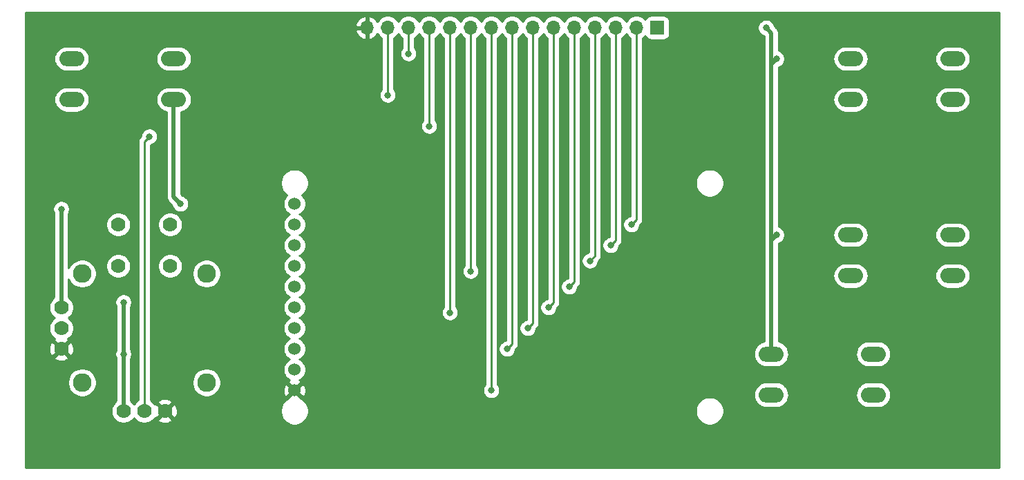
<source format=gtl>
%TF.GenerationSoftware,KiCad,Pcbnew,(5.1.9)-1*%
%TF.CreationDate,2022-04-18T12:46:42-05:00*%
%TF.ProjectId,Controllers,436f6e74-726f-46c6-9c65-72732e6b6963,rev?*%
%TF.SameCoordinates,Original*%
%TF.FileFunction,Copper,L1,Top*%
%TF.FilePolarity,Positive*%
%FSLAX46Y46*%
G04 Gerber Fmt 4.6, Leading zero omitted, Abs format (unit mm)*
G04 Created by KiCad (PCBNEW (5.1.9)-1) date 2022-04-18 12:46:42*
%MOMM*%
%LPD*%
G01*
G04 APERTURE LIST*
%TA.AperFunction,ComponentPad*%
%ADD10C,1.778000*%
%TD*%
%TA.AperFunction,ComponentPad*%
%ADD11C,2.286000*%
%TD*%
%TA.AperFunction,ComponentPad*%
%ADD12R,1.700000X1.700000*%
%TD*%
%TA.AperFunction,ComponentPad*%
%ADD13O,1.700000X1.700000*%
%TD*%
%TA.AperFunction,ComponentPad*%
%ADD14C,1.524000*%
%TD*%
%TA.AperFunction,ComponentPad*%
%ADD15O,3.048000X1.850000*%
%TD*%
%TA.AperFunction,ViaPad*%
%ADD16C,0.800000*%
%TD*%
%TA.AperFunction,Conductor*%
%ADD17C,0.508000*%
%TD*%
%TA.AperFunction,Conductor*%
%ADD18C,0.250000*%
%TD*%
%TA.AperFunction,Conductor*%
%ADD19C,0.254000*%
%TD*%
%TA.AperFunction,Conductor*%
%ADD20C,0.100000*%
%TD*%
G04 APERTURE END LIST*
D10*
%TO.P,U1,V3*%
%TO.N,GND*%
X19050000Y-64135000D03*
%TO.P,U1,V2*%
%TO.N,/J_X*%
X19050000Y-61595000D03*
%TO.P,U1,V1*%
%TO.N,+3V3*%
X19050000Y-59055000D03*
D11*
%TO.P,U1,S4*%
%TO.N,Net-(U1-PadS1)*%
X36830000Y-54927500D03*
%TO.P,U1,S3*%
X36830000Y-68262500D03*
%TO.P,U1,S2*%
X21590000Y-68262500D03*
%TO.P,U1,S1*%
X21590000Y-54927500D03*
D10*
%TO.P,U1,H3*%
%TO.N,GND*%
X31750000Y-71755000D03*
%TO.P,U1,H2*%
%TO.N,/J_Y*%
X29210000Y-71755000D03*
%TO.P,U1,H1*%
%TO.N,+3V3*%
X26670000Y-71755000D03*
%TO.P,U1,B2B*%
%TO.N,N/C*%
X32385000Y-53975000D03*
%TO.P,U1,B2A*%
%TO.N,Net-(U1-PadB2A)*%
X26035000Y-53975000D03*
%TO.P,U1,B1B*%
%TO.N,N/C*%
X32385000Y-48895000D03*
%TO.P,U1,B1A*%
%TO.N,Net-(U1-PadB1A)*%
X26035000Y-48895000D03*
%TD*%
D12*
%TO.P,J1,1*%
%TO.N,+3V3*%
X92075000Y-24765000D03*
D13*
%TO.P,J1,2*%
%TO.N,/MISO*%
X89535000Y-24765000D03*
%TO.P,J1,3*%
%TO.N,/SCK*%
X86995000Y-24765000D03*
%TO.P,J1,4*%
%TO.N,/MOSI*%
X84455000Y-24765000D03*
%TO.P,J1,5*%
%TO.N,/TFT_CS*%
X81915000Y-24765000D03*
%TO.P,J1,6*%
%TO.N,/CARD_CS*%
X79375000Y-24765000D03*
%TO.P,J1,7*%
%TO.N,/D_C*%
X76835000Y-24765000D03*
%TO.P,J1,8*%
%TO.N,/RESET*%
X74295000Y-24765000D03*
%TO.P,J1,9*%
%TO.N,/A*%
X71755000Y-24765000D03*
%TO.P,J1,10*%
%TO.N,/B*%
X69215000Y-24765000D03*
%TO.P,J1,11*%
%TO.N,/J_X*%
X66675000Y-24765000D03*
%TO.P,J1,12*%
%TO.N,/J_Y*%
X64135000Y-24765000D03*
%TO.P,J1,13*%
%TO.N,/BL*%
X61595000Y-24765000D03*
%TO.P,J1,14*%
%TO.N,/BR*%
X59055000Y-24765000D03*
%TO.P,J1,15*%
%TO.N,GND*%
X56515000Y-24765000D03*
%TD*%
D14*
%TO.P,LCD1,10*%
%TO.N,GND*%
X47625000Y-69215000D03*
%TO.P,LCD1,9*%
%TO.N,+3V3*%
X47625000Y-66675000D03*
%TO.P,LCD1,8*%
%TO.N,/RESET*%
X47625000Y-64135000D03*
%TO.P,LCD1,7*%
%TO.N,/D_C*%
X47625000Y-61595000D03*
%TO.P,LCD1,6*%
%TO.N,/CARD_CS*%
X47625000Y-59055000D03*
%TO.P,LCD1,5*%
%TO.N,/TFT_CS*%
X47625000Y-56515000D03*
%TO.P,LCD1,4*%
%TO.N,/MOSI*%
X47625000Y-53975000D03*
%TO.P,LCD1,3*%
%TO.N,/SCK*%
X47625000Y-51435000D03*
%TO.P,LCD1,2*%
%TO.N,/MISO*%
X47625000Y-48895000D03*
%TO.P,LCD1,1*%
%TO.N,+3V3*%
X47625000Y-46355000D03*
%TD*%
D15*
%TO.P,SW1,1*%
%TO.N,+3V3*%
X118545000Y-64770000D03*
%TO.P,SW1,2*%
%TO.N,/A*%
X118545000Y-69770000D03*
%TO.P,SW1,1*%
%TO.N,+3V3*%
X106045000Y-64770000D03*
%TO.P,SW1,2*%
%TO.N,/A*%
X106045000Y-69770000D03*
%TD*%
%TO.P,SW2,1*%
%TO.N,+3V3*%
X20320000Y-33575000D03*
%TO.P,SW2,2*%
%TO.N,/BL*%
X20320000Y-28575000D03*
%TO.P,SW2,1*%
%TO.N,+3V3*%
X32820000Y-33575000D03*
%TO.P,SW2,2*%
%TO.N,/BL*%
X32820000Y-28575000D03*
%TD*%
%TO.P,SW3,2*%
%TO.N,/B*%
X115770000Y-55165000D03*
%TO.P,SW3,1*%
%TO.N,+3V3*%
X115770000Y-50165000D03*
%TO.P,SW3,2*%
%TO.N,/B*%
X128270000Y-55165000D03*
%TO.P,SW3,1*%
%TO.N,+3V3*%
X128270000Y-50165000D03*
%TD*%
%TO.P,SW4,2*%
%TO.N,/BR*%
X115770000Y-33575000D03*
%TO.P,SW4,1*%
%TO.N,+3V3*%
X115770000Y-28575000D03*
%TO.P,SW4,2*%
%TO.N,/BR*%
X128270000Y-33575000D03*
%TO.P,SW4,1*%
%TO.N,+3V3*%
X128270000Y-28575000D03*
%TD*%
D16*
%TO.N,+3V3*%
X33655000Y-46355000D03*
X19050000Y-46990000D03*
X26670000Y-58420000D03*
X26670000Y-64770000D03*
X106680000Y-50165000D03*
X106680000Y-28575000D03*
X105410000Y-24765000D03*
%TO.N,/MISO*%
X88900000Y-48895000D03*
%TO.N,/SCK*%
X86360000Y-51435000D03*
%TO.N,/MOSI*%
X83820000Y-53340000D03*
%TO.N,/TFT_CS*%
X81280000Y-56515000D03*
%TO.N,/CARD_CS*%
X78740000Y-59055000D03*
%TO.N,/D_C*%
X76200000Y-61595000D03*
%TO.N,/RESET*%
X73660000Y-64135000D03*
%TO.N,/A*%
X71755000Y-69215000D03*
%TO.N,/B*%
X69215000Y-54610000D03*
%TO.N,/J_X*%
X66675000Y-59690000D03*
%TO.N,/J_Y*%
X29845000Y-38100000D03*
X64135000Y-36830000D03*
%TO.N,/BL*%
X61595000Y-27940000D03*
%TO.N,/BR*%
X59055000Y-33020000D03*
%TD*%
D17*
%TO.N,+3V3*%
X32820000Y-45520000D02*
X33655000Y-46355000D01*
X32820000Y-33575000D02*
X32820000Y-45520000D01*
X19050000Y-46990000D02*
X19050000Y-59055000D01*
X26670000Y-64770000D02*
X26670000Y-71755000D01*
X106045000Y-50800000D02*
X106680000Y-50165000D01*
X106045000Y-64770000D02*
X106045000Y-50800000D01*
X106045000Y-50800000D02*
X106045000Y-29210000D01*
X106045000Y-29210000D02*
X106680000Y-28575000D01*
X106045000Y-25400000D02*
X105410000Y-24765000D01*
X106045000Y-29210000D02*
X106045000Y-25400000D01*
X26670000Y-64770000D02*
X26670000Y-58420000D01*
D18*
%TO.N,/MISO*%
X89535000Y-48260000D02*
X88900000Y-48895000D01*
X89535000Y-24765000D02*
X89535000Y-48260000D01*
%TO.N,/SCK*%
X86995000Y-50800000D02*
X86360000Y-51435000D01*
X86995000Y-24765000D02*
X86995000Y-50800000D01*
%TO.N,/MOSI*%
X84455000Y-52705000D02*
X83820000Y-53340000D01*
X84455000Y-24765000D02*
X84455000Y-52705000D01*
%TO.N,/TFT_CS*%
X81915000Y-55880000D02*
X81280000Y-56515000D01*
X81915000Y-24765000D02*
X81915000Y-55880000D01*
%TO.N,/CARD_CS*%
X79375000Y-58420000D02*
X78740000Y-59055000D01*
X79375000Y-24765000D02*
X79375000Y-58420000D01*
%TO.N,/D_C*%
X76835000Y-60960000D02*
X76200000Y-61595000D01*
X76835000Y-24765000D02*
X76835000Y-60960000D01*
%TO.N,/RESET*%
X74295000Y-63500000D02*
X73660000Y-64135000D01*
X74295000Y-24765000D02*
X74295000Y-63500000D01*
%TO.N,/A*%
X71755000Y-69215000D02*
X71755000Y-24765000D01*
%TO.N,/B*%
X69215000Y-54610000D02*
X69215000Y-24765000D01*
%TO.N,/J_X*%
X66675000Y-59690000D02*
X66675000Y-24765000D01*
%TO.N,/J_Y*%
X29210000Y-38735000D02*
X29845000Y-38100000D01*
X29210000Y-71755000D02*
X29210000Y-38735000D01*
X64135000Y-36830000D02*
X64135000Y-24765000D01*
%TO.N,/BL*%
X61595000Y-27940000D02*
X61595000Y-24765000D01*
%TO.N,/BR*%
X59055000Y-33020000D02*
X59055000Y-24765000D01*
%TD*%
D19*
%TO.N,GND*%
X133935001Y-78690000D02*
X14655000Y-78690000D01*
X14655000Y-71604899D01*
X25146000Y-71604899D01*
X25146000Y-71905101D01*
X25204566Y-72199534D01*
X25319449Y-72476885D01*
X25486232Y-72726493D01*
X25698507Y-72938768D01*
X25948115Y-73105551D01*
X26225466Y-73220434D01*
X26519899Y-73279000D01*
X26820101Y-73279000D01*
X27114534Y-73220434D01*
X27391885Y-73105551D01*
X27641493Y-72938768D01*
X27853768Y-72726493D01*
X27940000Y-72597438D01*
X28026232Y-72726493D01*
X28238507Y-72938768D01*
X28488115Y-73105551D01*
X28765466Y-73220434D01*
X29059899Y-73279000D01*
X29360101Y-73279000D01*
X29654534Y-73220434D01*
X29931885Y-73105551D01*
X30181493Y-72938768D01*
X30309030Y-72811231D01*
X30873374Y-72811231D01*
X30955727Y-73064289D01*
X31226418Y-73194086D01*
X31517230Y-73268580D01*
X31816988Y-73284908D01*
X32114171Y-73242443D01*
X32397359Y-73142816D01*
X32544273Y-73064289D01*
X32626626Y-72811231D01*
X31750000Y-71934605D01*
X30873374Y-72811231D01*
X30309030Y-72811231D01*
X30393768Y-72726493D01*
X30499417Y-72568378D01*
X30693769Y-72631626D01*
X31570395Y-71755000D01*
X31929605Y-71755000D01*
X32806231Y-72631626D01*
X33059289Y-72549273D01*
X33189086Y-72278582D01*
X33263580Y-71987770D01*
X33279908Y-71688012D01*
X33265063Y-71584117D01*
X45890000Y-71584117D01*
X45890000Y-71925883D01*
X45956675Y-72261081D01*
X46087463Y-72576831D01*
X46277337Y-72860998D01*
X46519002Y-73102663D01*
X46803169Y-73292537D01*
X47118919Y-73423325D01*
X47454117Y-73490000D01*
X47795883Y-73490000D01*
X48131081Y-73423325D01*
X48446831Y-73292537D01*
X48730998Y-73102663D01*
X48972663Y-72860998D01*
X49162537Y-72576831D01*
X49293325Y-72261081D01*
X49360000Y-71925883D01*
X49360000Y-71584117D01*
X96760000Y-71584117D01*
X96760000Y-71925883D01*
X96826675Y-72261081D01*
X96957463Y-72576831D01*
X97147337Y-72860998D01*
X97389002Y-73102663D01*
X97673169Y-73292537D01*
X97988919Y-73423325D01*
X98324117Y-73490000D01*
X98665883Y-73490000D01*
X99001081Y-73423325D01*
X99316831Y-73292537D01*
X99600998Y-73102663D01*
X99842663Y-72860998D01*
X100032537Y-72576831D01*
X100163325Y-72261081D01*
X100230000Y-71925883D01*
X100230000Y-71584117D01*
X100163325Y-71248919D01*
X100032537Y-70933169D01*
X99842663Y-70649002D01*
X99600998Y-70407337D01*
X99316831Y-70217463D01*
X99001081Y-70086675D01*
X98665883Y-70020000D01*
X98324117Y-70020000D01*
X97988919Y-70086675D01*
X97673169Y-70217463D01*
X97389002Y-70407337D01*
X97147337Y-70649002D01*
X96957463Y-70933169D01*
X96826675Y-71248919D01*
X96760000Y-71584117D01*
X49360000Y-71584117D01*
X49293325Y-71248919D01*
X49162537Y-70933169D01*
X48972663Y-70649002D01*
X48730998Y-70407337D01*
X48446831Y-70217463D01*
X48405448Y-70200322D01*
X48410960Y-70180565D01*
X47625000Y-69394605D01*
X46839040Y-70180565D01*
X46844552Y-70200322D01*
X46803169Y-70217463D01*
X46519002Y-70407337D01*
X46277337Y-70649002D01*
X46087463Y-70933169D01*
X45956675Y-71248919D01*
X45890000Y-71584117D01*
X33265063Y-71584117D01*
X33237443Y-71390829D01*
X33137816Y-71107641D01*
X33059289Y-70960727D01*
X32806231Y-70878374D01*
X31929605Y-71755000D01*
X31570395Y-71755000D01*
X30693769Y-70878374D01*
X30499417Y-70941622D01*
X30393768Y-70783507D01*
X30309030Y-70698769D01*
X30873374Y-70698769D01*
X31750000Y-71575395D01*
X32626626Y-70698769D01*
X32544273Y-70445711D01*
X32273582Y-70315914D01*
X31982770Y-70241420D01*
X31683012Y-70225092D01*
X31385829Y-70267557D01*
X31102641Y-70367184D01*
X30955727Y-70445711D01*
X30873374Y-70698769D01*
X30309030Y-70698769D01*
X30181493Y-70571232D01*
X29970000Y-70429917D01*
X29970000Y-68087382D01*
X35052000Y-68087382D01*
X35052000Y-68437618D01*
X35120328Y-68781123D01*
X35254357Y-69104699D01*
X35448937Y-69395909D01*
X35696591Y-69643563D01*
X35987801Y-69838143D01*
X36311377Y-69972172D01*
X36654882Y-70040500D01*
X37005118Y-70040500D01*
X37348623Y-69972172D01*
X37672199Y-69838143D01*
X37963409Y-69643563D01*
X38211063Y-69395909D01*
X38283822Y-69287017D01*
X46223090Y-69287017D01*
X46264078Y-69559133D01*
X46357364Y-69818023D01*
X46419344Y-69933980D01*
X46659435Y-70000960D01*
X47445395Y-69215000D01*
X47804605Y-69215000D01*
X48590565Y-70000960D01*
X48830656Y-69933980D01*
X48947756Y-69684952D01*
X49014023Y-69417865D01*
X49026910Y-69142983D01*
X48985922Y-68870867D01*
X48892636Y-68611977D01*
X48830656Y-68496020D01*
X48590565Y-68429040D01*
X47804605Y-69215000D01*
X47445395Y-69215000D01*
X46659435Y-68429040D01*
X46419344Y-68496020D01*
X46302244Y-68745048D01*
X46235977Y-69012135D01*
X46223090Y-69287017D01*
X38283822Y-69287017D01*
X38405643Y-69104699D01*
X38539672Y-68781123D01*
X38608000Y-68437618D01*
X38608000Y-68087382D01*
X38539672Y-67743877D01*
X38405643Y-67420301D01*
X38211063Y-67129091D01*
X37963409Y-66881437D01*
X37672199Y-66686857D01*
X37348623Y-66552828D01*
X37005118Y-66484500D01*
X36654882Y-66484500D01*
X36311377Y-66552828D01*
X35987801Y-66686857D01*
X35696591Y-66881437D01*
X35448937Y-67129091D01*
X35254357Y-67420301D01*
X35120328Y-67743877D01*
X35052000Y-68087382D01*
X29970000Y-68087382D01*
X29970000Y-53824899D01*
X30861000Y-53824899D01*
X30861000Y-54125101D01*
X30919566Y-54419534D01*
X31034449Y-54696885D01*
X31201232Y-54946493D01*
X31413507Y-55158768D01*
X31663115Y-55325551D01*
X31940466Y-55440434D01*
X32234899Y-55499000D01*
X32535101Y-55499000D01*
X32829534Y-55440434D01*
X33106885Y-55325551D01*
X33356493Y-55158768D01*
X33568768Y-54946493D01*
X33698469Y-54752382D01*
X35052000Y-54752382D01*
X35052000Y-55102618D01*
X35120328Y-55446123D01*
X35254357Y-55769699D01*
X35448937Y-56060909D01*
X35696591Y-56308563D01*
X35987801Y-56503143D01*
X36311377Y-56637172D01*
X36654882Y-56705500D01*
X37005118Y-56705500D01*
X37348623Y-56637172D01*
X37672199Y-56503143D01*
X37963409Y-56308563D01*
X38211063Y-56060909D01*
X38405643Y-55769699D01*
X38539672Y-55446123D01*
X38608000Y-55102618D01*
X38608000Y-54752382D01*
X38539672Y-54408877D01*
X38405643Y-54085301D01*
X38211063Y-53794091D01*
X37963409Y-53546437D01*
X37672199Y-53351857D01*
X37348623Y-53217828D01*
X37005118Y-53149500D01*
X36654882Y-53149500D01*
X36311377Y-53217828D01*
X35987801Y-53351857D01*
X35696591Y-53546437D01*
X35448937Y-53794091D01*
X35254357Y-54085301D01*
X35120328Y-54408877D01*
X35052000Y-54752382D01*
X33698469Y-54752382D01*
X33735551Y-54696885D01*
X33850434Y-54419534D01*
X33909000Y-54125101D01*
X33909000Y-53824899D01*
X33850434Y-53530466D01*
X33735551Y-53253115D01*
X33568768Y-53003507D01*
X33356493Y-52791232D01*
X33106885Y-52624449D01*
X32829534Y-52509566D01*
X32535101Y-52451000D01*
X32234899Y-52451000D01*
X31940466Y-52509566D01*
X31663115Y-52624449D01*
X31413507Y-52791232D01*
X31201232Y-53003507D01*
X31034449Y-53253115D01*
X30919566Y-53530466D01*
X30861000Y-53824899D01*
X29970000Y-53824899D01*
X29970000Y-48744899D01*
X30861000Y-48744899D01*
X30861000Y-49045101D01*
X30919566Y-49339534D01*
X31034449Y-49616885D01*
X31201232Y-49866493D01*
X31413507Y-50078768D01*
X31663115Y-50245551D01*
X31940466Y-50360434D01*
X32234899Y-50419000D01*
X32535101Y-50419000D01*
X32829534Y-50360434D01*
X33106885Y-50245551D01*
X33356493Y-50078768D01*
X33568768Y-49866493D01*
X33735551Y-49616885D01*
X33850434Y-49339534D01*
X33909000Y-49045101D01*
X33909000Y-48744899D01*
X33850434Y-48450466D01*
X33735551Y-48173115D01*
X33568768Y-47923507D01*
X33356493Y-47711232D01*
X33106885Y-47544449D01*
X32829534Y-47429566D01*
X32535101Y-47371000D01*
X32234899Y-47371000D01*
X31940466Y-47429566D01*
X31663115Y-47544449D01*
X31413507Y-47711232D01*
X31201232Y-47923507D01*
X31034449Y-48173115D01*
X30919566Y-48450466D01*
X30861000Y-48744899D01*
X29970000Y-48744899D01*
X29970000Y-39130413D01*
X30146898Y-39095226D01*
X30335256Y-39017205D01*
X30504774Y-38903937D01*
X30648937Y-38759774D01*
X30762205Y-38590256D01*
X30840226Y-38401898D01*
X30880000Y-38201939D01*
X30880000Y-37998061D01*
X30840226Y-37798102D01*
X30762205Y-37609744D01*
X30648937Y-37440226D01*
X30504774Y-37296063D01*
X30335256Y-37182795D01*
X30146898Y-37104774D01*
X29946939Y-37065000D01*
X29743061Y-37065000D01*
X29543102Y-37104774D01*
X29354744Y-37182795D01*
X29185226Y-37296063D01*
X29041063Y-37440226D01*
X28927795Y-37609744D01*
X28849774Y-37798102D01*
X28810000Y-37998061D01*
X28810000Y-38060199D01*
X28698998Y-38171201D01*
X28670000Y-38194999D01*
X28646202Y-38223997D01*
X28646201Y-38223998D01*
X28575026Y-38310724D01*
X28504454Y-38442754D01*
X28460998Y-38586015D01*
X28446324Y-38735000D01*
X28450001Y-38772333D01*
X28450000Y-70429917D01*
X28238507Y-70571232D01*
X28026232Y-70783507D01*
X27940000Y-70912562D01*
X27853768Y-70783507D01*
X27641493Y-70571232D01*
X27559000Y-70516112D01*
X27559000Y-65302468D01*
X27587205Y-65260256D01*
X27665226Y-65071898D01*
X27705000Y-64871939D01*
X27705000Y-64668061D01*
X27665226Y-64468102D01*
X27587205Y-64279744D01*
X27559000Y-64237532D01*
X27559000Y-58952468D01*
X27587205Y-58910256D01*
X27665226Y-58721898D01*
X27705000Y-58521939D01*
X27705000Y-58318061D01*
X27665226Y-58118102D01*
X27587205Y-57929744D01*
X27473937Y-57760226D01*
X27329774Y-57616063D01*
X27160256Y-57502795D01*
X26971898Y-57424774D01*
X26771939Y-57385000D01*
X26568061Y-57385000D01*
X26368102Y-57424774D01*
X26179744Y-57502795D01*
X26010226Y-57616063D01*
X25866063Y-57760226D01*
X25752795Y-57929744D01*
X25674774Y-58118102D01*
X25635000Y-58318061D01*
X25635000Y-58521939D01*
X25674774Y-58721898D01*
X25752795Y-58910256D01*
X25781001Y-58952469D01*
X25781000Y-64237532D01*
X25752795Y-64279744D01*
X25674774Y-64468102D01*
X25635000Y-64668061D01*
X25635000Y-64871939D01*
X25674774Y-65071898D01*
X25752795Y-65260256D01*
X25781000Y-65302468D01*
X25781001Y-70516111D01*
X25698507Y-70571232D01*
X25486232Y-70783507D01*
X25319449Y-71033115D01*
X25204566Y-71310466D01*
X25146000Y-71604899D01*
X14655000Y-71604899D01*
X14655000Y-68087382D01*
X19812000Y-68087382D01*
X19812000Y-68437618D01*
X19880328Y-68781123D01*
X20014357Y-69104699D01*
X20208937Y-69395909D01*
X20456591Y-69643563D01*
X20747801Y-69838143D01*
X21071377Y-69972172D01*
X21414882Y-70040500D01*
X21765118Y-70040500D01*
X22108623Y-69972172D01*
X22432199Y-69838143D01*
X22723409Y-69643563D01*
X22971063Y-69395909D01*
X23165643Y-69104699D01*
X23299672Y-68781123D01*
X23368000Y-68437618D01*
X23368000Y-68087382D01*
X23299672Y-67743877D01*
X23165643Y-67420301D01*
X22971063Y-67129091D01*
X22723409Y-66881437D01*
X22432199Y-66686857D01*
X22108623Y-66552828D01*
X21765118Y-66484500D01*
X21414882Y-66484500D01*
X21071377Y-66552828D01*
X20747801Y-66686857D01*
X20456591Y-66881437D01*
X20208937Y-67129091D01*
X20014357Y-67420301D01*
X19880328Y-67743877D01*
X19812000Y-68087382D01*
X14655000Y-68087382D01*
X14655000Y-65191231D01*
X18173374Y-65191231D01*
X18255727Y-65444289D01*
X18526418Y-65574086D01*
X18817230Y-65648580D01*
X19116988Y-65664908D01*
X19414171Y-65622443D01*
X19697359Y-65522816D01*
X19844273Y-65444289D01*
X19926626Y-65191231D01*
X19050000Y-64314605D01*
X18173374Y-65191231D01*
X14655000Y-65191231D01*
X14655000Y-64201988D01*
X17520092Y-64201988D01*
X17562557Y-64499171D01*
X17662184Y-64782359D01*
X17740711Y-64929273D01*
X17993769Y-65011626D01*
X18870395Y-64135000D01*
X19229605Y-64135000D01*
X20106231Y-65011626D01*
X20359289Y-64929273D01*
X20489086Y-64658582D01*
X20563580Y-64367770D01*
X20579908Y-64068012D01*
X20537443Y-63770829D01*
X20437816Y-63487641D01*
X20359289Y-63340727D01*
X20106231Y-63258374D01*
X19229605Y-64135000D01*
X18870395Y-64135000D01*
X17993769Y-63258374D01*
X17740711Y-63340727D01*
X17610914Y-63611418D01*
X17536420Y-63902230D01*
X17520092Y-64201988D01*
X14655000Y-64201988D01*
X14655000Y-58904899D01*
X17526000Y-58904899D01*
X17526000Y-59205101D01*
X17584566Y-59499534D01*
X17699449Y-59776885D01*
X17866232Y-60026493D01*
X18078507Y-60238768D01*
X18207562Y-60325000D01*
X18078507Y-60411232D01*
X17866232Y-60623507D01*
X17699449Y-60873115D01*
X17584566Y-61150466D01*
X17526000Y-61444899D01*
X17526000Y-61745101D01*
X17584566Y-62039534D01*
X17699449Y-62316885D01*
X17866232Y-62566493D01*
X18078507Y-62778768D01*
X18236622Y-62884417D01*
X18173374Y-63078769D01*
X19050000Y-63955395D01*
X19926626Y-63078769D01*
X19863378Y-62884417D01*
X20021493Y-62778768D01*
X20233768Y-62566493D01*
X20400551Y-62316885D01*
X20515434Y-62039534D01*
X20574000Y-61745101D01*
X20574000Y-61444899D01*
X20515434Y-61150466D01*
X20400551Y-60873115D01*
X20233768Y-60623507D01*
X20021493Y-60411232D01*
X19892438Y-60325000D01*
X20021493Y-60238768D01*
X20233768Y-60026493D01*
X20400551Y-59776885D01*
X20515434Y-59499534D01*
X20574000Y-59205101D01*
X20574000Y-58904899D01*
X20515434Y-58610466D01*
X20400551Y-58333115D01*
X20233768Y-58083507D01*
X20021493Y-57871232D01*
X19939000Y-57816112D01*
X19939000Y-55587770D01*
X20014357Y-55769699D01*
X20208937Y-56060909D01*
X20456591Y-56308563D01*
X20747801Y-56503143D01*
X21071377Y-56637172D01*
X21414882Y-56705500D01*
X21765118Y-56705500D01*
X22108623Y-56637172D01*
X22432199Y-56503143D01*
X22723409Y-56308563D01*
X22971063Y-56060909D01*
X23165643Y-55769699D01*
X23299672Y-55446123D01*
X23368000Y-55102618D01*
X23368000Y-54752382D01*
X23299672Y-54408877D01*
X23165643Y-54085301D01*
X22991649Y-53824899D01*
X24511000Y-53824899D01*
X24511000Y-54125101D01*
X24569566Y-54419534D01*
X24684449Y-54696885D01*
X24851232Y-54946493D01*
X25063507Y-55158768D01*
X25313115Y-55325551D01*
X25590466Y-55440434D01*
X25884899Y-55499000D01*
X26185101Y-55499000D01*
X26479534Y-55440434D01*
X26756885Y-55325551D01*
X27006493Y-55158768D01*
X27218768Y-54946493D01*
X27385551Y-54696885D01*
X27500434Y-54419534D01*
X27559000Y-54125101D01*
X27559000Y-53824899D01*
X27500434Y-53530466D01*
X27385551Y-53253115D01*
X27218768Y-53003507D01*
X27006493Y-52791232D01*
X26756885Y-52624449D01*
X26479534Y-52509566D01*
X26185101Y-52451000D01*
X25884899Y-52451000D01*
X25590466Y-52509566D01*
X25313115Y-52624449D01*
X25063507Y-52791232D01*
X24851232Y-53003507D01*
X24684449Y-53253115D01*
X24569566Y-53530466D01*
X24511000Y-53824899D01*
X22991649Y-53824899D01*
X22971063Y-53794091D01*
X22723409Y-53546437D01*
X22432199Y-53351857D01*
X22108623Y-53217828D01*
X21765118Y-53149500D01*
X21414882Y-53149500D01*
X21071377Y-53217828D01*
X20747801Y-53351857D01*
X20456591Y-53546437D01*
X20208937Y-53794091D01*
X20014357Y-54085301D01*
X19939000Y-54267230D01*
X19939000Y-48744899D01*
X24511000Y-48744899D01*
X24511000Y-49045101D01*
X24569566Y-49339534D01*
X24684449Y-49616885D01*
X24851232Y-49866493D01*
X25063507Y-50078768D01*
X25313115Y-50245551D01*
X25590466Y-50360434D01*
X25884899Y-50419000D01*
X26185101Y-50419000D01*
X26479534Y-50360434D01*
X26756885Y-50245551D01*
X27006493Y-50078768D01*
X27218768Y-49866493D01*
X27385551Y-49616885D01*
X27500434Y-49339534D01*
X27559000Y-49045101D01*
X27559000Y-48744899D01*
X27500434Y-48450466D01*
X27385551Y-48173115D01*
X27218768Y-47923507D01*
X27006493Y-47711232D01*
X26756885Y-47544449D01*
X26479534Y-47429566D01*
X26185101Y-47371000D01*
X25884899Y-47371000D01*
X25590466Y-47429566D01*
X25313115Y-47544449D01*
X25063507Y-47711232D01*
X24851232Y-47923507D01*
X24684449Y-48173115D01*
X24569566Y-48450466D01*
X24511000Y-48744899D01*
X19939000Y-48744899D01*
X19939000Y-47522468D01*
X19967205Y-47480256D01*
X20045226Y-47291898D01*
X20085000Y-47091939D01*
X20085000Y-46888061D01*
X20045226Y-46688102D01*
X19967205Y-46499744D01*
X19853937Y-46330226D01*
X19709774Y-46186063D01*
X19540256Y-46072795D01*
X19351898Y-45994774D01*
X19151939Y-45955000D01*
X18948061Y-45955000D01*
X18748102Y-45994774D01*
X18559744Y-46072795D01*
X18390226Y-46186063D01*
X18246063Y-46330226D01*
X18132795Y-46499744D01*
X18054774Y-46688102D01*
X18015000Y-46888061D01*
X18015000Y-47091939D01*
X18054774Y-47291898D01*
X18132795Y-47480256D01*
X18161000Y-47522468D01*
X18161001Y-57816111D01*
X18078507Y-57871232D01*
X17866232Y-58083507D01*
X17699449Y-58333115D01*
X17584566Y-58610466D01*
X17526000Y-58904899D01*
X14655000Y-58904899D01*
X14655000Y-33575000D01*
X18153452Y-33575000D01*
X18183572Y-33880813D01*
X18272774Y-34174875D01*
X18417631Y-34445883D01*
X18612576Y-34683424D01*
X18850117Y-34878369D01*
X19121125Y-35023226D01*
X19415187Y-35112428D01*
X19644364Y-35135000D01*
X20995636Y-35135000D01*
X21224813Y-35112428D01*
X21518875Y-35023226D01*
X21789883Y-34878369D01*
X22027424Y-34683424D01*
X22222369Y-34445883D01*
X22367226Y-34174875D01*
X22456428Y-33880813D01*
X22486548Y-33575000D01*
X30653452Y-33575000D01*
X30683572Y-33880813D01*
X30772774Y-34174875D01*
X30917631Y-34445883D01*
X31112576Y-34683424D01*
X31350117Y-34878369D01*
X31621125Y-35023226D01*
X31915187Y-35112428D01*
X31931000Y-35113985D01*
X31931001Y-45476330D01*
X31926700Y-45520000D01*
X31943864Y-45694274D01*
X31994698Y-45861852D01*
X31996244Y-45864744D01*
X32077248Y-46016291D01*
X32188342Y-46151659D01*
X32222259Y-46179494D01*
X32649870Y-46607105D01*
X32659774Y-46656898D01*
X32737795Y-46845256D01*
X32851063Y-47014774D01*
X32995226Y-47158937D01*
X33164744Y-47272205D01*
X33353102Y-47350226D01*
X33553061Y-47390000D01*
X33756939Y-47390000D01*
X33956898Y-47350226D01*
X34145256Y-47272205D01*
X34314774Y-47158937D01*
X34458937Y-47014774D01*
X34572205Y-46845256D01*
X34650226Y-46656898D01*
X34690000Y-46456939D01*
X34690000Y-46253061D01*
X34650226Y-46053102D01*
X34572205Y-45864744D01*
X34458937Y-45695226D01*
X34314774Y-45551063D01*
X34145256Y-45437795D01*
X33956898Y-45359774D01*
X33907105Y-45349870D01*
X33709000Y-45151765D01*
X33709000Y-43644117D01*
X45890000Y-43644117D01*
X45890000Y-43985883D01*
X45956675Y-44321081D01*
X46087463Y-44636831D01*
X46277337Y-44920998D01*
X46519002Y-45162663D01*
X46712435Y-45291910D01*
X46539880Y-45464465D01*
X46386995Y-45693273D01*
X46281686Y-45947510D01*
X46228000Y-46217408D01*
X46228000Y-46492592D01*
X46281686Y-46762490D01*
X46386995Y-47016727D01*
X46539880Y-47245535D01*
X46734465Y-47440120D01*
X46963273Y-47593005D01*
X47040515Y-47625000D01*
X46963273Y-47656995D01*
X46734465Y-47809880D01*
X46539880Y-48004465D01*
X46386995Y-48233273D01*
X46281686Y-48487510D01*
X46228000Y-48757408D01*
X46228000Y-49032592D01*
X46281686Y-49302490D01*
X46386995Y-49556727D01*
X46539880Y-49785535D01*
X46734465Y-49980120D01*
X46963273Y-50133005D01*
X47040515Y-50165000D01*
X46963273Y-50196995D01*
X46734465Y-50349880D01*
X46539880Y-50544465D01*
X46386995Y-50773273D01*
X46281686Y-51027510D01*
X46228000Y-51297408D01*
X46228000Y-51572592D01*
X46281686Y-51842490D01*
X46386995Y-52096727D01*
X46539880Y-52325535D01*
X46734465Y-52520120D01*
X46963273Y-52673005D01*
X47040515Y-52705000D01*
X46963273Y-52736995D01*
X46734465Y-52889880D01*
X46539880Y-53084465D01*
X46386995Y-53313273D01*
X46281686Y-53567510D01*
X46228000Y-53837408D01*
X46228000Y-54112592D01*
X46281686Y-54382490D01*
X46386995Y-54636727D01*
X46539880Y-54865535D01*
X46734465Y-55060120D01*
X46963273Y-55213005D01*
X47040515Y-55245000D01*
X46963273Y-55276995D01*
X46734465Y-55429880D01*
X46539880Y-55624465D01*
X46386995Y-55853273D01*
X46281686Y-56107510D01*
X46228000Y-56377408D01*
X46228000Y-56652592D01*
X46281686Y-56922490D01*
X46386995Y-57176727D01*
X46539880Y-57405535D01*
X46734465Y-57600120D01*
X46963273Y-57753005D01*
X47040515Y-57785000D01*
X46963273Y-57816995D01*
X46734465Y-57969880D01*
X46539880Y-58164465D01*
X46386995Y-58393273D01*
X46281686Y-58647510D01*
X46228000Y-58917408D01*
X46228000Y-59192592D01*
X46281686Y-59462490D01*
X46386995Y-59716727D01*
X46539880Y-59945535D01*
X46734465Y-60140120D01*
X46963273Y-60293005D01*
X47040515Y-60325000D01*
X46963273Y-60356995D01*
X46734465Y-60509880D01*
X46539880Y-60704465D01*
X46386995Y-60933273D01*
X46281686Y-61187510D01*
X46228000Y-61457408D01*
X46228000Y-61732592D01*
X46281686Y-62002490D01*
X46386995Y-62256727D01*
X46539880Y-62485535D01*
X46734465Y-62680120D01*
X46963273Y-62833005D01*
X47040515Y-62865000D01*
X46963273Y-62896995D01*
X46734465Y-63049880D01*
X46539880Y-63244465D01*
X46386995Y-63473273D01*
X46281686Y-63727510D01*
X46228000Y-63997408D01*
X46228000Y-64272592D01*
X46281686Y-64542490D01*
X46386995Y-64796727D01*
X46539880Y-65025535D01*
X46734465Y-65220120D01*
X46963273Y-65373005D01*
X47040515Y-65405000D01*
X46963273Y-65436995D01*
X46734465Y-65589880D01*
X46539880Y-65784465D01*
X46386995Y-66013273D01*
X46281686Y-66267510D01*
X46228000Y-66537408D01*
X46228000Y-66812592D01*
X46281686Y-67082490D01*
X46386995Y-67336727D01*
X46539880Y-67565535D01*
X46734465Y-67760120D01*
X46963273Y-67913005D01*
X47034943Y-67942692D01*
X47021977Y-67947364D01*
X46906020Y-68009344D01*
X46839040Y-68249435D01*
X47625000Y-69035395D01*
X48410960Y-68249435D01*
X48343980Y-68009344D01*
X48208240Y-67945515D01*
X48286727Y-67913005D01*
X48515535Y-67760120D01*
X48710120Y-67565535D01*
X48863005Y-67336727D01*
X48968314Y-67082490D01*
X49022000Y-66812592D01*
X49022000Y-66537408D01*
X48968314Y-66267510D01*
X48863005Y-66013273D01*
X48710120Y-65784465D01*
X48515535Y-65589880D01*
X48286727Y-65436995D01*
X48209485Y-65405000D01*
X48286727Y-65373005D01*
X48515535Y-65220120D01*
X48710120Y-65025535D01*
X48863005Y-64796727D01*
X48968314Y-64542490D01*
X49022000Y-64272592D01*
X49022000Y-63997408D01*
X48968314Y-63727510D01*
X48863005Y-63473273D01*
X48710120Y-63244465D01*
X48515535Y-63049880D01*
X48286727Y-62896995D01*
X48209485Y-62865000D01*
X48286727Y-62833005D01*
X48515535Y-62680120D01*
X48710120Y-62485535D01*
X48863005Y-62256727D01*
X48968314Y-62002490D01*
X49022000Y-61732592D01*
X49022000Y-61457408D01*
X48968314Y-61187510D01*
X48863005Y-60933273D01*
X48710120Y-60704465D01*
X48515535Y-60509880D01*
X48286727Y-60356995D01*
X48209485Y-60325000D01*
X48286727Y-60293005D01*
X48515535Y-60140120D01*
X48710120Y-59945535D01*
X48863005Y-59716727D01*
X48968314Y-59462490D01*
X49022000Y-59192592D01*
X49022000Y-58917408D01*
X48968314Y-58647510D01*
X48863005Y-58393273D01*
X48710120Y-58164465D01*
X48515535Y-57969880D01*
X48286727Y-57816995D01*
X48209485Y-57785000D01*
X48286727Y-57753005D01*
X48515535Y-57600120D01*
X48710120Y-57405535D01*
X48863005Y-57176727D01*
X48968314Y-56922490D01*
X49022000Y-56652592D01*
X49022000Y-56377408D01*
X48968314Y-56107510D01*
X48863005Y-55853273D01*
X48710120Y-55624465D01*
X48515535Y-55429880D01*
X48286727Y-55276995D01*
X48209485Y-55245000D01*
X48286727Y-55213005D01*
X48515535Y-55060120D01*
X48710120Y-54865535D01*
X48863005Y-54636727D01*
X48968314Y-54382490D01*
X49022000Y-54112592D01*
X49022000Y-53837408D01*
X48968314Y-53567510D01*
X48863005Y-53313273D01*
X48710120Y-53084465D01*
X48515535Y-52889880D01*
X48286727Y-52736995D01*
X48209485Y-52705000D01*
X48286727Y-52673005D01*
X48515535Y-52520120D01*
X48710120Y-52325535D01*
X48863005Y-52096727D01*
X48968314Y-51842490D01*
X49022000Y-51572592D01*
X49022000Y-51297408D01*
X48968314Y-51027510D01*
X48863005Y-50773273D01*
X48710120Y-50544465D01*
X48515535Y-50349880D01*
X48286727Y-50196995D01*
X48209485Y-50165000D01*
X48286727Y-50133005D01*
X48515535Y-49980120D01*
X48710120Y-49785535D01*
X48863005Y-49556727D01*
X48968314Y-49302490D01*
X49022000Y-49032592D01*
X49022000Y-48757408D01*
X48968314Y-48487510D01*
X48863005Y-48233273D01*
X48710120Y-48004465D01*
X48515535Y-47809880D01*
X48286727Y-47656995D01*
X48209485Y-47625000D01*
X48286727Y-47593005D01*
X48515535Y-47440120D01*
X48710120Y-47245535D01*
X48863005Y-47016727D01*
X48968314Y-46762490D01*
X49022000Y-46492592D01*
X49022000Y-46217408D01*
X48968314Y-45947510D01*
X48863005Y-45693273D01*
X48710120Y-45464465D01*
X48537565Y-45291910D01*
X48730998Y-45162663D01*
X48972663Y-44920998D01*
X49162537Y-44636831D01*
X49293325Y-44321081D01*
X49360000Y-43985883D01*
X49360000Y-43644117D01*
X49293325Y-43308919D01*
X49162537Y-42993169D01*
X48972663Y-42709002D01*
X48730998Y-42467337D01*
X48446831Y-42277463D01*
X48131081Y-42146675D01*
X47795883Y-42080000D01*
X47454117Y-42080000D01*
X47118919Y-42146675D01*
X46803169Y-42277463D01*
X46519002Y-42467337D01*
X46277337Y-42709002D01*
X46087463Y-42993169D01*
X45956675Y-43308919D01*
X45890000Y-43644117D01*
X33709000Y-43644117D01*
X33709000Y-35113985D01*
X33724813Y-35112428D01*
X34018875Y-35023226D01*
X34289883Y-34878369D01*
X34527424Y-34683424D01*
X34722369Y-34445883D01*
X34867226Y-34174875D01*
X34956428Y-33880813D01*
X34986548Y-33575000D01*
X34956428Y-33269187D01*
X34867226Y-32975125D01*
X34722369Y-32704117D01*
X34527424Y-32466576D01*
X34289883Y-32271631D01*
X34018875Y-32126774D01*
X33724813Y-32037572D01*
X33495636Y-32015000D01*
X32144364Y-32015000D01*
X31915187Y-32037572D01*
X31621125Y-32126774D01*
X31350117Y-32271631D01*
X31112576Y-32466576D01*
X30917631Y-32704117D01*
X30772774Y-32975125D01*
X30683572Y-33269187D01*
X30653452Y-33575000D01*
X22486548Y-33575000D01*
X22456428Y-33269187D01*
X22367226Y-32975125D01*
X22222369Y-32704117D01*
X22027424Y-32466576D01*
X21789883Y-32271631D01*
X21518875Y-32126774D01*
X21224813Y-32037572D01*
X20995636Y-32015000D01*
X19644364Y-32015000D01*
X19415187Y-32037572D01*
X19121125Y-32126774D01*
X18850117Y-32271631D01*
X18612576Y-32466576D01*
X18417631Y-32704117D01*
X18272774Y-32975125D01*
X18183572Y-33269187D01*
X18153452Y-33575000D01*
X14655000Y-33575000D01*
X14655000Y-28575000D01*
X18153452Y-28575000D01*
X18183572Y-28880813D01*
X18272774Y-29174875D01*
X18417631Y-29445883D01*
X18612576Y-29683424D01*
X18850117Y-29878369D01*
X19121125Y-30023226D01*
X19415187Y-30112428D01*
X19644364Y-30135000D01*
X20995636Y-30135000D01*
X21224813Y-30112428D01*
X21518875Y-30023226D01*
X21789883Y-29878369D01*
X22027424Y-29683424D01*
X22222369Y-29445883D01*
X22367226Y-29174875D01*
X22456428Y-28880813D01*
X22486548Y-28575000D01*
X30653452Y-28575000D01*
X30683572Y-28880813D01*
X30772774Y-29174875D01*
X30917631Y-29445883D01*
X31112576Y-29683424D01*
X31350117Y-29878369D01*
X31621125Y-30023226D01*
X31915187Y-30112428D01*
X32144364Y-30135000D01*
X33495636Y-30135000D01*
X33724813Y-30112428D01*
X34018875Y-30023226D01*
X34289883Y-29878369D01*
X34527424Y-29683424D01*
X34722369Y-29445883D01*
X34867226Y-29174875D01*
X34956428Y-28880813D01*
X34986548Y-28575000D01*
X34956428Y-28269187D01*
X34867226Y-27975125D01*
X34722369Y-27704117D01*
X34527424Y-27466576D01*
X34289883Y-27271631D01*
X34018875Y-27126774D01*
X33724813Y-27037572D01*
X33495636Y-27015000D01*
X32144364Y-27015000D01*
X31915187Y-27037572D01*
X31621125Y-27126774D01*
X31350117Y-27271631D01*
X31112576Y-27466576D01*
X30917631Y-27704117D01*
X30772774Y-27975125D01*
X30683572Y-28269187D01*
X30653452Y-28575000D01*
X22486548Y-28575000D01*
X22456428Y-28269187D01*
X22367226Y-27975125D01*
X22222369Y-27704117D01*
X22027424Y-27466576D01*
X21789883Y-27271631D01*
X21518875Y-27126774D01*
X21224813Y-27037572D01*
X20995636Y-27015000D01*
X19644364Y-27015000D01*
X19415187Y-27037572D01*
X19121125Y-27126774D01*
X18850117Y-27271631D01*
X18612576Y-27466576D01*
X18417631Y-27704117D01*
X18272774Y-27975125D01*
X18183572Y-28269187D01*
X18153452Y-28575000D01*
X14655000Y-28575000D01*
X14655000Y-25121891D01*
X55073519Y-25121891D01*
X55170843Y-25396252D01*
X55319822Y-25646355D01*
X55514731Y-25862588D01*
X55748080Y-26036641D01*
X56010901Y-26161825D01*
X56158110Y-26206476D01*
X56388000Y-26085155D01*
X56388000Y-24892000D01*
X55194186Y-24892000D01*
X55073519Y-25121891D01*
X14655000Y-25121891D01*
X14655000Y-24408109D01*
X55073519Y-24408109D01*
X55194186Y-24638000D01*
X56388000Y-24638000D01*
X56388000Y-23444845D01*
X56642000Y-23444845D01*
X56642000Y-24638000D01*
X56662000Y-24638000D01*
X56662000Y-24892000D01*
X56642000Y-24892000D01*
X56642000Y-26085155D01*
X56871890Y-26206476D01*
X57019099Y-26161825D01*
X57281920Y-26036641D01*
X57515269Y-25862588D01*
X57710178Y-25646355D01*
X57779805Y-25529466D01*
X57901525Y-25711632D01*
X58108368Y-25918475D01*
X58295001Y-26043179D01*
X58295000Y-32316289D01*
X58251063Y-32360226D01*
X58137795Y-32529744D01*
X58059774Y-32718102D01*
X58020000Y-32918061D01*
X58020000Y-33121939D01*
X58059774Y-33321898D01*
X58137795Y-33510256D01*
X58251063Y-33679774D01*
X58395226Y-33823937D01*
X58564744Y-33937205D01*
X58753102Y-34015226D01*
X58953061Y-34055000D01*
X59156939Y-34055000D01*
X59356898Y-34015226D01*
X59545256Y-33937205D01*
X59714774Y-33823937D01*
X59858937Y-33679774D01*
X59972205Y-33510256D01*
X60050226Y-33321898D01*
X60090000Y-33121939D01*
X60090000Y-32918061D01*
X60050226Y-32718102D01*
X59972205Y-32529744D01*
X59858937Y-32360226D01*
X59815000Y-32316289D01*
X59815000Y-26043178D01*
X60001632Y-25918475D01*
X60208475Y-25711632D01*
X60325000Y-25537240D01*
X60441525Y-25711632D01*
X60648368Y-25918475D01*
X60835001Y-26043179D01*
X60835000Y-27236289D01*
X60791063Y-27280226D01*
X60677795Y-27449744D01*
X60599774Y-27638102D01*
X60560000Y-27838061D01*
X60560000Y-28041939D01*
X60599774Y-28241898D01*
X60677795Y-28430256D01*
X60791063Y-28599774D01*
X60935226Y-28743937D01*
X61104744Y-28857205D01*
X61293102Y-28935226D01*
X61493061Y-28975000D01*
X61696939Y-28975000D01*
X61896898Y-28935226D01*
X62085256Y-28857205D01*
X62254774Y-28743937D01*
X62398937Y-28599774D01*
X62512205Y-28430256D01*
X62590226Y-28241898D01*
X62630000Y-28041939D01*
X62630000Y-27838061D01*
X62590226Y-27638102D01*
X62512205Y-27449744D01*
X62398937Y-27280226D01*
X62355000Y-27236289D01*
X62355000Y-26043178D01*
X62541632Y-25918475D01*
X62748475Y-25711632D01*
X62865000Y-25537240D01*
X62981525Y-25711632D01*
X63188368Y-25918475D01*
X63375001Y-26043179D01*
X63375000Y-36126289D01*
X63331063Y-36170226D01*
X63217795Y-36339744D01*
X63139774Y-36528102D01*
X63100000Y-36728061D01*
X63100000Y-36931939D01*
X63139774Y-37131898D01*
X63217795Y-37320256D01*
X63331063Y-37489774D01*
X63475226Y-37633937D01*
X63644744Y-37747205D01*
X63833102Y-37825226D01*
X64033061Y-37865000D01*
X64236939Y-37865000D01*
X64436898Y-37825226D01*
X64625256Y-37747205D01*
X64794774Y-37633937D01*
X64938937Y-37489774D01*
X65052205Y-37320256D01*
X65130226Y-37131898D01*
X65170000Y-36931939D01*
X65170000Y-36728061D01*
X65130226Y-36528102D01*
X65052205Y-36339744D01*
X64938937Y-36170226D01*
X64895000Y-36126289D01*
X64895000Y-26043178D01*
X65081632Y-25918475D01*
X65288475Y-25711632D01*
X65405000Y-25537240D01*
X65521525Y-25711632D01*
X65728368Y-25918475D01*
X65915001Y-26043179D01*
X65915000Y-58986289D01*
X65871063Y-59030226D01*
X65757795Y-59199744D01*
X65679774Y-59388102D01*
X65640000Y-59588061D01*
X65640000Y-59791939D01*
X65679774Y-59991898D01*
X65757795Y-60180256D01*
X65871063Y-60349774D01*
X66015226Y-60493937D01*
X66184744Y-60607205D01*
X66373102Y-60685226D01*
X66573061Y-60725000D01*
X66776939Y-60725000D01*
X66976898Y-60685226D01*
X67165256Y-60607205D01*
X67334774Y-60493937D01*
X67478937Y-60349774D01*
X67592205Y-60180256D01*
X67670226Y-59991898D01*
X67710000Y-59791939D01*
X67710000Y-59588061D01*
X67670226Y-59388102D01*
X67592205Y-59199744D01*
X67478937Y-59030226D01*
X67435000Y-58986289D01*
X67435000Y-26043178D01*
X67621632Y-25918475D01*
X67828475Y-25711632D01*
X67945000Y-25537240D01*
X68061525Y-25711632D01*
X68268368Y-25918475D01*
X68455001Y-26043179D01*
X68455000Y-53906289D01*
X68411063Y-53950226D01*
X68297795Y-54119744D01*
X68219774Y-54308102D01*
X68180000Y-54508061D01*
X68180000Y-54711939D01*
X68219774Y-54911898D01*
X68297795Y-55100256D01*
X68411063Y-55269774D01*
X68555226Y-55413937D01*
X68724744Y-55527205D01*
X68913102Y-55605226D01*
X69113061Y-55645000D01*
X69316939Y-55645000D01*
X69516898Y-55605226D01*
X69705256Y-55527205D01*
X69874774Y-55413937D01*
X70018937Y-55269774D01*
X70132205Y-55100256D01*
X70210226Y-54911898D01*
X70250000Y-54711939D01*
X70250000Y-54508061D01*
X70210226Y-54308102D01*
X70132205Y-54119744D01*
X70018937Y-53950226D01*
X69975000Y-53906289D01*
X69975000Y-26043178D01*
X70161632Y-25918475D01*
X70368475Y-25711632D01*
X70485000Y-25537240D01*
X70601525Y-25711632D01*
X70808368Y-25918475D01*
X70995001Y-26043179D01*
X70995000Y-68511289D01*
X70951063Y-68555226D01*
X70837795Y-68724744D01*
X70759774Y-68913102D01*
X70720000Y-69113061D01*
X70720000Y-69316939D01*
X70759774Y-69516898D01*
X70837795Y-69705256D01*
X70951063Y-69874774D01*
X71095226Y-70018937D01*
X71264744Y-70132205D01*
X71453102Y-70210226D01*
X71653061Y-70250000D01*
X71856939Y-70250000D01*
X72056898Y-70210226D01*
X72245256Y-70132205D01*
X72414774Y-70018937D01*
X72558937Y-69874774D01*
X72628944Y-69770000D01*
X103878452Y-69770000D01*
X103908572Y-70075813D01*
X103997774Y-70369875D01*
X104142631Y-70640883D01*
X104337576Y-70878424D01*
X104575117Y-71073369D01*
X104846125Y-71218226D01*
X105140187Y-71307428D01*
X105369364Y-71330000D01*
X106720636Y-71330000D01*
X106949813Y-71307428D01*
X107243875Y-71218226D01*
X107514883Y-71073369D01*
X107752424Y-70878424D01*
X107947369Y-70640883D01*
X108092226Y-70369875D01*
X108181428Y-70075813D01*
X108211548Y-69770000D01*
X116378452Y-69770000D01*
X116408572Y-70075813D01*
X116497774Y-70369875D01*
X116642631Y-70640883D01*
X116837576Y-70878424D01*
X117075117Y-71073369D01*
X117346125Y-71218226D01*
X117640187Y-71307428D01*
X117869364Y-71330000D01*
X119220636Y-71330000D01*
X119449813Y-71307428D01*
X119743875Y-71218226D01*
X120014883Y-71073369D01*
X120252424Y-70878424D01*
X120447369Y-70640883D01*
X120592226Y-70369875D01*
X120681428Y-70075813D01*
X120711548Y-69770000D01*
X120681428Y-69464187D01*
X120592226Y-69170125D01*
X120447369Y-68899117D01*
X120252424Y-68661576D01*
X120014883Y-68466631D01*
X119743875Y-68321774D01*
X119449813Y-68232572D01*
X119220636Y-68210000D01*
X117869364Y-68210000D01*
X117640187Y-68232572D01*
X117346125Y-68321774D01*
X117075117Y-68466631D01*
X116837576Y-68661576D01*
X116642631Y-68899117D01*
X116497774Y-69170125D01*
X116408572Y-69464187D01*
X116378452Y-69770000D01*
X108211548Y-69770000D01*
X108181428Y-69464187D01*
X108092226Y-69170125D01*
X107947369Y-68899117D01*
X107752424Y-68661576D01*
X107514883Y-68466631D01*
X107243875Y-68321774D01*
X106949813Y-68232572D01*
X106720636Y-68210000D01*
X105369364Y-68210000D01*
X105140187Y-68232572D01*
X104846125Y-68321774D01*
X104575117Y-68466631D01*
X104337576Y-68661576D01*
X104142631Y-68899117D01*
X103997774Y-69170125D01*
X103908572Y-69464187D01*
X103878452Y-69770000D01*
X72628944Y-69770000D01*
X72672205Y-69705256D01*
X72750226Y-69516898D01*
X72790000Y-69316939D01*
X72790000Y-69113061D01*
X72750226Y-68913102D01*
X72672205Y-68724744D01*
X72558937Y-68555226D01*
X72515000Y-68511289D01*
X72515000Y-26043178D01*
X72701632Y-25918475D01*
X72908475Y-25711632D01*
X73025000Y-25537240D01*
X73141525Y-25711632D01*
X73348368Y-25918475D01*
X73535000Y-26043178D01*
X73535001Y-63104587D01*
X73358102Y-63139774D01*
X73169744Y-63217795D01*
X73000226Y-63331063D01*
X72856063Y-63475226D01*
X72742795Y-63644744D01*
X72664774Y-63833102D01*
X72625000Y-64033061D01*
X72625000Y-64236939D01*
X72664774Y-64436898D01*
X72742795Y-64625256D01*
X72856063Y-64794774D01*
X73000226Y-64938937D01*
X73169744Y-65052205D01*
X73358102Y-65130226D01*
X73558061Y-65170000D01*
X73761939Y-65170000D01*
X73961898Y-65130226D01*
X74150256Y-65052205D01*
X74319774Y-64938937D01*
X74463937Y-64794774D01*
X74480490Y-64770000D01*
X103878452Y-64770000D01*
X103908572Y-65075813D01*
X103997774Y-65369875D01*
X104142631Y-65640883D01*
X104337576Y-65878424D01*
X104575117Y-66073369D01*
X104846125Y-66218226D01*
X105140187Y-66307428D01*
X105369364Y-66330000D01*
X106720636Y-66330000D01*
X106949813Y-66307428D01*
X107243875Y-66218226D01*
X107514883Y-66073369D01*
X107752424Y-65878424D01*
X107947369Y-65640883D01*
X108092226Y-65369875D01*
X108181428Y-65075813D01*
X108211548Y-64770000D01*
X116378452Y-64770000D01*
X116408572Y-65075813D01*
X116497774Y-65369875D01*
X116642631Y-65640883D01*
X116837576Y-65878424D01*
X117075117Y-66073369D01*
X117346125Y-66218226D01*
X117640187Y-66307428D01*
X117869364Y-66330000D01*
X119220636Y-66330000D01*
X119449813Y-66307428D01*
X119743875Y-66218226D01*
X120014883Y-66073369D01*
X120252424Y-65878424D01*
X120447369Y-65640883D01*
X120592226Y-65369875D01*
X120681428Y-65075813D01*
X120711548Y-64770000D01*
X120681428Y-64464187D01*
X120592226Y-64170125D01*
X120447369Y-63899117D01*
X120252424Y-63661576D01*
X120014883Y-63466631D01*
X119743875Y-63321774D01*
X119449813Y-63232572D01*
X119220636Y-63210000D01*
X117869364Y-63210000D01*
X117640187Y-63232572D01*
X117346125Y-63321774D01*
X117075117Y-63466631D01*
X116837576Y-63661576D01*
X116642631Y-63899117D01*
X116497774Y-64170125D01*
X116408572Y-64464187D01*
X116378452Y-64770000D01*
X108211548Y-64770000D01*
X108181428Y-64464187D01*
X108092226Y-64170125D01*
X107947369Y-63899117D01*
X107752424Y-63661576D01*
X107514883Y-63466631D01*
X107243875Y-63321774D01*
X106949813Y-63232572D01*
X106934000Y-63231015D01*
X106934000Y-55165000D01*
X113603452Y-55165000D01*
X113633572Y-55470813D01*
X113722774Y-55764875D01*
X113867631Y-56035883D01*
X114062576Y-56273424D01*
X114300117Y-56468369D01*
X114571125Y-56613226D01*
X114865187Y-56702428D01*
X115094364Y-56725000D01*
X116445636Y-56725000D01*
X116674813Y-56702428D01*
X116968875Y-56613226D01*
X117239883Y-56468369D01*
X117477424Y-56273424D01*
X117672369Y-56035883D01*
X117817226Y-55764875D01*
X117906428Y-55470813D01*
X117936548Y-55165000D01*
X126103452Y-55165000D01*
X126133572Y-55470813D01*
X126222774Y-55764875D01*
X126367631Y-56035883D01*
X126562576Y-56273424D01*
X126800117Y-56468369D01*
X127071125Y-56613226D01*
X127365187Y-56702428D01*
X127594364Y-56725000D01*
X128945636Y-56725000D01*
X129174813Y-56702428D01*
X129468875Y-56613226D01*
X129739883Y-56468369D01*
X129977424Y-56273424D01*
X130172369Y-56035883D01*
X130317226Y-55764875D01*
X130406428Y-55470813D01*
X130436548Y-55165000D01*
X130406428Y-54859187D01*
X130317226Y-54565125D01*
X130172369Y-54294117D01*
X129977424Y-54056576D01*
X129739883Y-53861631D01*
X129468875Y-53716774D01*
X129174813Y-53627572D01*
X128945636Y-53605000D01*
X127594364Y-53605000D01*
X127365187Y-53627572D01*
X127071125Y-53716774D01*
X126800117Y-53861631D01*
X126562576Y-54056576D01*
X126367631Y-54294117D01*
X126222774Y-54565125D01*
X126133572Y-54859187D01*
X126103452Y-55165000D01*
X117936548Y-55165000D01*
X117906428Y-54859187D01*
X117817226Y-54565125D01*
X117672369Y-54294117D01*
X117477424Y-54056576D01*
X117239883Y-53861631D01*
X116968875Y-53716774D01*
X116674813Y-53627572D01*
X116445636Y-53605000D01*
X115094364Y-53605000D01*
X114865187Y-53627572D01*
X114571125Y-53716774D01*
X114300117Y-53861631D01*
X114062576Y-54056576D01*
X113867631Y-54294117D01*
X113722774Y-54565125D01*
X113633572Y-54859187D01*
X113603452Y-55165000D01*
X106934000Y-55165000D01*
X106934000Y-51169753D01*
X106981898Y-51160226D01*
X107170256Y-51082205D01*
X107339774Y-50968937D01*
X107483937Y-50824774D01*
X107597205Y-50655256D01*
X107675226Y-50466898D01*
X107715000Y-50266939D01*
X107715000Y-50165000D01*
X113603452Y-50165000D01*
X113633572Y-50470813D01*
X113722774Y-50764875D01*
X113867631Y-51035883D01*
X114062576Y-51273424D01*
X114300117Y-51468369D01*
X114571125Y-51613226D01*
X114865187Y-51702428D01*
X115094364Y-51725000D01*
X116445636Y-51725000D01*
X116674813Y-51702428D01*
X116968875Y-51613226D01*
X117239883Y-51468369D01*
X117477424Y-51273424D01*
X117672369Y-51035883D01*
X117817226Y-50764875D01*
X117906428Y-50470813D01*
X117936548Y-50165000D01*
X126103452Y-50165000D01*
X126133572Y-50470813D01*
X126222774Y-50764875D01*
X126367631Y-51035883D01*
X126562576Y-51273424D01*
X126800117Y-51468369D01*
X127071125Y-51613226D01*
X127365187Y-51702428D01*
X127594364Y-51725000D01*
X128945636Y-51725000D01*
X129174813Y-51702428D01*
X129468875Y-51613226D01*
X129739883Y-51468369D01*
X129977424Y-51273424D01*
X130172369Y-51035883D01*
X130317226Y-50764875D01*
X130406428Y-50470813D01*
X130436548Y-50165000D01*
X130406428Y-49859187D01*
X130317226Y-49565125D01*
X130172369Y-49294117D01*
X129977424Y-49056576D01*
X129739883Y-48861631D01*
X129468875Y-48716774D01*
X129174813Y-48627572D01*
X128945636Y-48605000D01*
X127594364Y-48605000D01*
X127365187Y-48627572D01*
X127071125Y-48716774D01*
X126800117Y-48861631D01*
X126562576Y-49056576D01*
X126367631Y-49294117D01*
X126222774Y-49565125D01*
X126133572Y-49859187D01*
X126103452Y-50165000D01*
X117936548Y-50165000D01*
X117906428Y-49859187D01*
X117817226Y-49565125D01*
X117672369Y-49294117D01*
X117477424Y-49056576D01*
X117239883Y-48861631D01*
X116968875Y-48716774D01*
X116674813Y-48627572D01*
X116445636Y-48605000D01*
X115094364Y-48605000D01*
X114865187Y-48627572D01*
X114571125Y-48716774D01*
X114300117Y-48861631D01*
X114062576Y-49056576D01*
X113867631Y-49294117D01*
X113722774Y-49565125D01*
X113633572Y-49859187D01*
X113603452Y-50165000D01*
X107715000Y-50165000D01*
X107715000Y-50063061D01*
X107675226Y-49863102D01*
X107597205Y-49674744D01*
X107483937Y-49505226D01*
X107339774Y-49361063D01*
X107170256Y-49247795D01*
X106981898Y-49169774D01*
X106934000Y-49160247D01*
X106934000Y-33575000D01*
X113603452Y-33575000D01*
X113633572Y-33880813D01*
X113722774Y-34174875D01*
X113867631Y-34445883D01*
X114062576Y-34683424D01*
X114300117Y-34878369D01*
X114571125Y-35023226D01*
X114865187Y-35112428D01*
X115094364Y-35135000D01*
X116445636Y-35135000D01*
X116674813Y-35112428D01*
X116968875Y-35023226D01*
X117239883Y-34878369D01*
X117477424Y-34683424D01*
X117672369Y-34445883D01*
X117817226Y-34174875D01*
X117906428Y-33880813D01*
X117936548Y-33575000D01*
X126103452Y-33575000D01*
X126133572Y-33880813D01*
X126222774Y-34174875D01*
X126367631Y-34445883D01*
X126562576Y-34683424D01*
X126800117Y-34878369D01*
X127071125Y-35023226D01*
X127365187Y-35112428D01*
X127594364Y-35135000D01*
X128945636Y-35135000D01*
X129174813Y-35112428D01*
X129468875Y-35023226D01*
X129739883Y-34878369D01*
X129977424Y-34683424D01*
X130172369Y-34445883D01*
X130317226Y-34174875D01*
X130406428Y-33880813D01*
X130436548Y-33575000D01*
X130406428Y-33269187D01*
X130317226Y-32975125D01*
X130172369Y-32704117D01*
X129977424Y-32466576D01*
X129739883Y-32271631D01*
X129468875Y-32126774D01*
X129174813Y-32037572D01*
X128945636Y-32015000D01*
X127594364Y-32015000D01*
X127365187Y-32037572D01*
X127071125Y-32126774D01*
X126800117Y-32271631D01*
X126562576Y-32466576D01*
X126367631Y-32704117D01*
X126222774Y-32975125D01*
X126133572Y-33269187D01*
X126103452Y-33575000D01*
X117936548Y-33575000D01*
X117906428Y-33269187D01*
X117817226Y-32975125D01*
X117672369Y-32704117D01*
X117477424Y-32466576D01*
X117239883Y-32271631D01*
X116968875Y-32126774D01*
X116674813Y-32037572D01*
X116445636Y-32015000D01*
X115094364Y-32015000D01*
X114865187Y-32037572D01*
X114571125Y-32126774D01*
X114300117Y-32271631D01*
X114062576Y-32466576D01*
X113867631Y-32704117D01*
X113722774Y-32975125D01*
X113633572Y-33269187D01*
X113603452Y-33575000D01*
X106934000Y-33575000D01*
X106934000Y-29579753D01*
X106981898Y-29570226D01*
X107170256Y-29492205D01*
X107339774Y-29378937D01*
X107483937Y-29234774D01*
X107597205Y-29065256D01*
X107675226Y-28876898D01*
X107715000Y-28676939D01*
X107715000Y-28575000D01*
X113603452Y-28575000D01*
X113633572Y-28880813D01*
X113722774Y-29174875D01*
X113867631Y-29445883D01*
X114062576Y-29683424D01*
X114300117Y-29878369D01*
X114571125Y-30023226D01*
X114865187Y-30112428D01*
X115094364Y-30135000D01*
X116445636Y-30135000D01*
X116674813Y-30112428D01*
X116968875Y-30023226D01*
X117239883Y-29878369D01*
X117477424Y-29683424D01*
X117672369Y-29445883D01*
X117817226Y-29174875D01*
X117906428Y-28880813D01*
X117936548Y-28575000D01*
X126103452Y-28575000D01*
X126133572Y-28880813D01*
X126222774Y-29174875D01*
X126367631Y-29445883D01*
X126562576Y-29683424D01*
X126800117Y-29878369D01*
X127071125Y-30023226D01*
X127365187Y-30112428D01*
X127594364Y-30135000D01*
X128945636Y-30135000D01*
X129174813Y-30112428D01*
X129468875Y-30023226D01*
X129739883Y-29878369D01*
X129977424Y-29683424D01*
X130172369Y-29445883D01*
X130317226Y-29174875D01*
X130406428Y-28880813D01*
X130436548Y-28575000D01*
X130406428Y-28269187D01*
X130317226Y-27975125D01*
X130172369Y-27704117D01*
X129977424Y-27466576D01*
X129739883Y-27271631D01*
X129468875Y-27126774D01*
X129174813Y-27037572D01*
X128945636Y-27015000D01*
X127594364Y-27015000D01*
X127365187Y-27037572D01*
X127071125Y-27126774D01*
X126800117Y-27271631D01*
X126562576Y-27466576D01*
X126367631Y-27704117D01*
X126222774Y-27975125D01*
X126133572Y-28269187D01*
X126103452Y-28575000D01*
X117936548Y-28575000D01*
X117906428Y-28269187D01*
X117817226Y-27975125D01*
X117672369Y-27704117D01*
X117477424Y-27466576D01*
X117239883Y-27271631D01*
X116968875Y-27126774D01*
X116674813Y-27037572D01*
X116445636Y-27015000D01*
X115094364Y-27015000D01*
X114865187Y-27037572D01*
X114571125Y-27126774D01*
X114300117Y-27271631D01*
X114062576Y-27466576D01*
X113867631Y-27704117D01*
X113722774Y-27975125D01*
X113633572Y-28269187D01*
X113603452Y-28575000D01*
X107715000Y-28575000D01*
X107715000Y-28473061D01*
X107675226Y-28273102D01*
X107597205Y-28084744D01*
X107483937Y-27915226D01*
X107339774Y-27771063D01*
X107170256Y-27657795D01*
X106981898Y-27579774D01*
X106934000Y-27570247D01*
X106934000Y-25443660D01*
X106938300Y-25400000D01*
X106934000Y-25356340D01*
X106934000Y-25356333D01*
X106921136Y-25225726D01*
X106912774Y-25198158D01*
X106905716Y-25174892D01*
X106870303Y-25058149D01*
X106787753Y-24903709D01*
X106676659Y-24768341D01*
X106642741Y-24740505D01*
X106415130Y-24512895D01*
X106405226Y-24463102D01*
X106327205Y-24274744D01*
X106213937Y-24105226D01*
X106069774Y-23961063D01*
X105900256Y-23847795D01*
X105711898Y-23769774D01*
X105511939Y-23730000D01*
X105308061Y-23730000D01*
X105108102Y-23769774D01*
X104919744Y-23847795D01*
X104750226Y-23961063D01*
X104606063Y-24105226D01*
X104492795Y-24274744D01*
X104414774Y-24463102D01*
X104375000Y-24663061D01*
X104375000Y-24866939D01*
X104414774Y-25066898D01*
X104492795Y-25255256D01*
X104606063Y-25424774D01*
X104750226Y-25568937D01*
X104919744Y-25682205D01*
X105108102Y-25760226D01*
X105156001Y-25769754D01*
X105156000Y-29166340D01*
X105151700Y-29210000D01*
X105156000Y-29253660D01*
X105156000Y-29253666D01*
X105156001Y-29253676D01*
X105156000Y-50756340D01*
X105151700Y-50800000D01*
X105156000Y-50843660D01*
X105156000Y-50843666D01*
X105156001Y-50843676D01*
X105156000Y-63231015D01*
X105140187Y-63232572D01*
X104846125Y-63321774D01*
X104575117Y-63466631D01*
X104337576Y-63661576D01*
X104142631Y-63899117D01*
X103997774Y-64170125D01*
X103908572Y-64464187D01*
X103878452Y-64770000D01*
X74480490Y-64770000D01*
X74577205Y-64625256D01*
X74655226Y-64436898D01*
X74695000Y-64236939D01*
X74695000Y-64174802D01*
X74806002Y-64063800D01*
X74835001Y-64040001D01*
X74929974Y-63924276D01*
X75000546Y-63792247D01*
X75044003Y-63648986D01*
X75055000Y-63537333D01*
X75058677Y-63500000D01*
X75055000Y-63462667D01*
X75055000Y-26043178D01*
X75241632Y-25918475D01*
X75448475Y-25711632D01*
X75565000Y-25537240D01*
X75681525Y-25711632D01*
X75888368Y-25918475D01*
X76075000Y-26043178D01*
X76075001Y-60564587D01*
X75898102Y-60599774D01*
X75709744Y-60677795D01*
X75540226Y-60791063D01*
X75396063Y-60935226D01*
X75282795Y-61104744D01*
X75204774Y-61293102D01*
X75165000Y-61493061D01*
X75165000Y-61696939D01*
X75204774Y-61896898D01*
X75282795Y-62085256D01*
X75396063Y-62254774D01*
X75540226Y-62398937D01*
X75709744Y-62512205D01*
X75898102Y-62590226D01*
X76098061Y-62630000D01*
X76301939Y-62630000D01*
X76501898Y-62590226D01*
X76690256Y-62512205D01*
X76859774Y-62398937D01*
X77003937Y-62254774D01*
X77117205Y-62085256D01*
X77195226Y-61896898D01*
X77235000Y-61696939D01*
X77235000Y-61634802D01*
X77346002Y-61523800D01*
X77375001Y-61500001D01*
X77469974Y-61384276D01*
X77540546Y-61252247D01*
X77584003Y-61108986D01*
X77595000Y-60997333D01*
X77598677Y-60960000D01*
X77595000Y-60922667D01*
X77595000Y-26043178D01*
X77781632Y-25918475D01*
X77988475Y-25711632D01*
X78105000Y-25537240D01*
X78221525Y-25711632D01*
X78428368Y-25918475D01*
X78615000Y-26043178D01*
X78615001Y-58024587D01*
X78438102Y-58059774D01*
X78249744Y-58137795D01*
X78080226Y-58251063D01*
X77936063Y-58395226D01*
X77822795Y-58564744D01*
X77744774Y-58753102D01*
X77705000Y-58953061D01*
X77705000Y-59156939D01*
X77744774Y-59356898D01*
X77822795Y-59545256D01*
X77936063Y-59714774D01*
X78080226Y-59858937D01*
X78249744Y-59972205D01*
X78438102Y-60050226D01*
X78638061Y-60090000D01*
X78841939Y-60090000D01*
X79041898Y-60050226D01*
X79230256Y-59972205D01*
X79399774Y-59858937D01*
X79543937Y-59714774D01*
X79657205Y-59545256D01*
X79735226Y-59356898D01*
X79775000Y-59156939D01*
X79775000Y-59094802D01*
X79886002Y-58983800D01*
X79915001Y-58960001D01*
X80009974Y-58844276D01*
X80080546Y-58712247D01*
X80124003Y-58568986D01*
X80135000Y-58457333D01*
X80138677Y-58420000D01*
X80135000Y-58382667D01*
X80135000Y-26043178D01*
X80321632Y-25918475D01*
X80528475Y-25711632D01*
X80645000Y-25537240D01*
X80761525Y-25711632D01*
X80968368Y-25918475D01*
X81155000Y-26043178D01*
X81155001Y-55484587D01*
X80978102Y-55519774D01*
X80789744Y-55597795D01*
X80620226Y-55711063D01*
X80476063Y-55855226D01*
X80362795Y-56024744D01*
X80284774Y-56213102D01*
X80245000Y-56413061D01*
X80245000Y-56616939D01*
X80284774Y-56816898D01*
X80362795Y-57005256D01*
X80476063Y-57174774D01*
X80620226Y-57318937D01*
X80789744Y-57432205D01*
X80978102Y-57510226D01*
X81178061Y-57550000D01*
X81381939Y-57550000D01*
X81581898Y-57510226D01*
X81770256Y-57432205D01*
X81939774Y-57318937D01*
X82083937Y-57174774D01*
X82197205Y-57005256D01*
X82275226Y-56816898D01*
X82315000Y-56616939D01*
X82315000Y-56554802D01*
X82426002Y-56443800D01*
X82455001Y-56420001D01*
X82549974Y-56304276D01*
X82620546Y-56172247D01*
X82664003Y-56028986D01*
X82675000Y-55917333D01*
X82678677Y-55880000D01*
X82675000Y-55842667D01*
X82675000Y-26043178D01*
X82861632Y-25918475D01*
X83068475Y-25711632D01*
X83185000Y-25537240D01*
X83301525Y-25711632D01*
X83508368Y-25918475D01*
X83695000Y-26043178D01*
X83695001Y-52309587D01*
X83518102Y-52344774D01*
X83329744Y-52422795D01*
X83160226Y-52536063D01*
X83016063Y-52680226D01*
X82902795Y-52849744D01*
X82824774Y-53038102D01*
X82785000Y-53238061D01*
X82785000Y-53441939D01*
X82824774Y-53641898D01*
X82902795Y-53830256D01*
X83016063Y-53999774D01*
X83160226Y-54143937D01*
X83329744Y-54257205D01*
X83518102Y-54335226D01*
X83718061Y-54375000D01*
X83921939Y-54375000D01*
X84121898Y-54335226D01*
X84310256Y-54257205D01*
X84479774Y-54143937D01*
X84623937Y-53999774D01*
X84737205Y-53830256D01*
X84815226Y-53641898D01*
X84855000Y-53441939D01*
X84855000Y-53379802D01*
X84966002Y-53268800D01*
X84995001Y-53245001D01*
X85089974Y-53129276D01*
X85160546Y-52997247D01*
X85204003Y-52853986D01*
X85215000Y-52742333D01*
X85218677Y-52705000D01*
X85215000Y-52667667D01*
X85215000Y-26043178D01*
X85401632Y-25918475D01*
X85608475Y-25711632D01*
X85725000Y-25537240D01*
X85841525Y-25711632D01*
X86048368Y-25918475D01*
X86235000Y-26043178D01*
X86235001Y-50404587D01*
X86058102Y-50439774D01*
X85869744Y-50517795D01*
X85700226Y-50631063D01*
X85556063Y-50775226D01*
X85442795Y-50944744D01*
X85364774Y-51133102D01*
X85325000Y-51333061D01*
X85325000Y-51536939D01*
X85364774Y-51736898D01*
X85442795Y-51925256D01*
X85556063Y-52094774D01*
X85700226Y-52238937D01*
X85869744Y-52352205D01*
X86058102Y-52430226D01*
X86258061Y-52470000D01*
X86461939Y-52470000D01*
X86661898Y-52430226D01*
X86850256Y-52352205D01*
X87019774Y-52238937D01*
X87163937Y-52094774D01*
X87277205Y-51925256D01*
X87355226Y-51736898D01*
X87395000Y-51536939D01*
X87395000Y-51474802D01*
X87506002Y-51363800D01*
X87535001Y-51340001D01*
X87629974Y-51224276D01*
X87700546Y-51092247D01*
X87744003Y-50948986D01*
X87755000Y-50837333D01*
X87758677Y-50800000D01*
X87755000Y-50762667D01*
X87755000Y-26043178D01*
X87941632Y-25918475D01*
X88148475Y-25711632D01*
X88265000Y-25537240D01*
X88381525Y-25711632D01*
X88588368Y-25918475D01*
X88775000Y-26043178D01*
X88775001Y-47864587D01*
X88598102Y-47899774D01*
X88409744Y-47977795D01*
X88240226Y-48091063D01*
X88096063Y-48235226D01*
X87982795Y-48404744D01*
X87904774Y-48593102D01*
X87865000Y-48793061D01*
X87865000Y-48996939D01*
X87904774Y-49196898D01*
X87982795Y-49385256D01*
X88096063Y-49554774D01*
X88240226Y-49698937D01*
X88409744Y-49812205D01*
X88598102Y-49890226D01*
X88798061Y-49930000D01*
X89001939Y-49930000D01*
X89201898Y-49890226D01*
X89390256Y-49812205D01*
X89559774Y-49698937D01*
X89703937Y-49554774D01*
X89817205Y-49385256D01*
X89895226Y-49196898D01*
X89935000Y-48996939D01*
X89935000Y-48934802D01*
X90046002Y-48823800D01*
X90075001Y-48800001D01*
X90169974Y-48684276D01*
X90240546Y-48552247D01*
X90284003Y-48408986D01*
X90295000Y-48297333D01*
X90298677Y-48260000D01*
X90295000Y-48222667D01*
X90295000Y-43644117D01*
X96760000Y-43644117D01*
X96760000Y-43985883D01*
X96826675Y-44321081D01*
X96957463Y-44636831D01*
X97147337Y-44920998D01*
X97389002Y-45162663D01*
X97673169Y-45352537D01*
X97988919Y-45483325D01*
X98324117Y-45550000D01*
X98665883Y-45550000D01*
X99001081Y-45483325D01*
X99316831Y-45352537D01*
X99600998Y-45162663D01*
X99842663Y-44920998D01*
X100032537Y-44636831D01*
X100163325Y-44321081D01*
X100230000Y-43985883D01*
X100230000Y-43644117D01*
X100163325Y-43308919D01*
X100032537Y-42993169D01*
X99842663Y-42709002D01*
X99600998Y-42467337D01*
X99316831Y-42277463D01*
X99001081Y-42146675D01*
X98665883Y-42080000D01*
X98324117Y-42080000D01*
X97988919Y-42146675D01*
X97673169Y-42277463D01*
X97389002Y-42467337D01*
X97147337Y-42709002D01*
X96957463Y-42993169D01*
X96826675Y-43308919D01*
X96760000Y-43644117D01*
X90295000Y-43644117D01*
X90295000Y-26043178D01*
X90481632Y-25918475D01*
X90613487Y-25786620D01*
X90635498Y-25859180D01*
X90694463Y-25969494D01*
X90773815Y-26066185D01*
X90870506Y-26145537D01*
X90980820Y-26204502D01*
X91100518Y-26240812D01*
X91225000Y-26253072D01*
X92925000Y-26253072D01*
X93049482Y-26240812D01*
X93169180Y-26204502D01*
X93279494Y-26145537D01*
X93376185Y-26066185D01*
X93455537Y-25969494D01*
X93514502Y-25859180D01*
X93550812Y-25739482D01*
X93563072Y-25615000D01*
X93563072Y-23915000D01*
X93550812Y-23790518D01*
X93514502Y-23670820D01*
X93455537Y-23560506D01*
X93376185Y-23463815D01*
X93279494Y-23384463D01*
X93169180Y-23325498D01*
X93049482Y-23289188D01*
X92925000Y-23276928D01*
X91225000Y-23276928D01*
X91100518Y-23289188D01*
X90980820Y-23325498D01*
X90870506Y-23384463D01*
X90773815Y-23463815D01*
X90694463Y-23560506D01*
X90635498Y-23670820D01*
X90613487Y-23743380D01*
X90481632Y-23611525D01*
X90238411Y-23449010D01*
X89968158Y-23337068D01*
X89681260Y-23280000D01*
X89388740Y-23280000D01*
X89101842Y-23337068D01*
X88831589Y-23449010D01*
X88588368Y-23611525D01*
X88381525Y-23818368D01*
X88265000Y-23992760D01*
X88148475Y-23818368D01*
X87941632Y-23611525D01*
X87698411Y-23449010D01*
X87428158Y-23337068D01*
X87141260Y-23280000D01*
X86848740Y-23280000D01*
X86561842Y-23337068D01*
X86291589Y-23449010D01*
X86048368Y-23611525D01*
X85841525Y-23818368D01*
X85725000Y-23992760D01*
X85608475Y-23818368D01*
X85401632Y-23611525D01*
X85158411Y-23449010D01*
X84888158Y-23337068D01*
X84601260Y-23280000D01*
X84308740Y-23280000D01*
X84021842Y-23337068D01*
X83751589Y-23449010D01*
X83508368Y-23611525D01*
X83301525Y-23818368D01*
X83185000Y-23992760D01*
X83068475Y-23818368D01*
X82861632Y-23611525D01*
X82618411Y-23449010D01*
X82348158Y-23337068D01*
X82061260Y-23280000D01*
X81768740Y-23280000D01*
X81481842Y-23337068D01*
X81211589Y-23449010D01*
X80968368Y-23611525D01*
X80761525Y-23818368D01*
X80645000Y-23992760D01*
X80528475Y-23818368D01*
X80321632Y-23611525D01*
X80078411Y-23449010D01*
X79808158Y-23337068D01*
X79521260Y-23280000D01*
X79228740Y-23280000D01*
X78941842Y-23337068D01*
X78671589Y-23449010D01*
X78428368Y-23611525D01*
X78221525Y-23818368D01*
X78105000Y-23992760D01*
X77988475Y-23818368D01*
X77781632Y-23611525D01*
X77538411Y-23449010D01*
X77268158Y-23337068D01*
X76981260Y-23280000D01*
X76688740Y-23280000D01*
X76401842Y-23337068D01*
X76131589Y-23449010D01*
X75888368Y-23611525D01*
X75681525Y-23818368D01*
X75565000Y-23992760D01*
X75448475Y-23818368D01*
X75241632Y-23611525D01*
X74998411Y-23449010D01*
X74728158Y-23337068D01*
X74441260Y-23280000D01*
X74148740Y-23280000D01*
X73861842Y-23337068D01*
X73591589Y-23449010D01*
X73348368Y-23611525D01*
X73141525Y-23818368D01*
X73025000Y-23992760D01*
X72908475Y-23818368D01*
X72701632Y-23611525D01*
X72458411Y-23449010D01*
X72188158Y-23337068D01*
X71901260Y-23280000D01*
X71608740Y-23280000D01*
X71321842Y-23337068D01*
X71051589Y-23449010D01*
X70808368Y-23611525D01*
X70601525Y-23818368D01*
X70485000Y-23992760D01*
X70368475Y-23818368D01*
X70161632Y-23611525D01*
X69918411Y-23449010D01*
X69648158Y-23337068D01*
X69361260Y-23280000D01*
X69068740Y-23280000D01*
X68781842Y-23337068D01*
X68511589Y-23449010D01*
X68268368Y-23611525D01*
X68061525Y-23818368D01*
X67945000Y-23992760D01*
X67828475Y-23818368D01*
X67621632Y-23611525D01*
X67378411Y-23449010D01*
X67108158Y-23337068D01*
X66821260Y-23280000D01*
X66528740Y-23280000D01*
X66241842Y-23337068D01*
X65971589Y-23449010D01*
X65728368Y-23611525D01*
X65521525Y-23818368D01*
X65405000Y-23992760D01*
X65288475Y-23818368D01*
X65081632Y-23611525D01*
X64838411Y-23449010D01*
X64568158Y-23337068D01*
X64281260Y-23280000D01*
X63988740Y-23280000D01*
X63701842Y-23337068D01*
X63431589Y-23449010D01*
X63188368Y-23611525D01*
X62981525Y-23818368D01*
X62865000Y-23992760D01*
X62748475Y-23818368D01*
X62541632Y-23611525D01*
X62298411Y-23449010D01*
X62028158Y-23337068D01*
X61741260Y-23280000D01*
X61448740Y-23280000D01*
X61161842Y-23337068D01*
X60891589Y-23449010D01*
X60648368Y-23611525D01*
X60441525Y-23818368D01*
X60325000Y-23992760D01*
X60208475Y-23818368D01*
X60001632Y-23611525D01*
X59758411Y-23449010D01*
X59488158Y-23337068D01*
X59201260Y-23280000D01*
X58908740Y-23280000D01*
X58621842Y-23337068D01*
X58351589Y-23449010D01*
X58108368Y-23611525D01*
X57901525Y-23818368D01*
X57779805Y-24000534D01*
X57710178Y-23883645D01*
X57515269Y-23667412D01*
X57281920Y-23493359D01*
X57019099Y-23368175D01*
X56871890Y-23323524D01*
X56642000Y-23444845D01*
X56388000Y-23444845D01*
X56158110Y-23323524D01*
X56010901Y-23368175D01*
X55748080Y-23493359D01*
X55514731Y-23667412D01*
X55319822Y-23883645D01*
X55170843Y-24133748D01*
X55073519Y-24408109D01*
X14655000Y-24408109D01*
X14655000Y-22910000D01*
X133935000Y-22910000D01*
X133935001Y-78690000D01*
%TA.AperFunction,Conductor*%
D20*
G36*
X133935001Y-78690000D02*
G01*
X14655000Y-78690000D01*
X14655000Y-71604899D01*
X25146000Y-71604899D01*
X25146000Y-71905101D01*
X25204566Y-72199534D01*
X25319449Y-72476885D01*
X25486232Y-72726493D01*
X25698507Y-72938768D01*
X25948115Y-73105551D01*
X26225466Y-73220434D01*
X26519899Y-73279000D01*
X26820101Y-73279000D01*
X27114534Y-73220434D01*
X27391885Y-73105551D01*
X27641493Y-72938768D01*
X27853768Y-72726493D01*
X27940000Y-72597438D01*
X28026232Y-72726493D01*
X28238507Y-72938768D01*
X28488115Y-73105551D01*
X28765466Y-73220434D01*
X29059899Y-73279000D01*
X29360101Y-73279000D01*
X29654534Y-73220434D01*
X29931885Y-73105551D01*
X30181493Y-72938768D01*
X30309030Y-72811231D01*
X30873374Y-72811231D01*
X30955727Y-73064289D01*
X31226418Y-73194086D01*
X31517230Y-73268580D01*
X31816988Y-73284908D01*
X32114171Y-73242443D01*
X32397359Y-73142816D01*
X32544273Y-73064289D01*
X32626626Y-72811231D01*
X31750000Y-71934605D01*
X30873374Y-72811231D01*
X30309030Y-72811231D01*
X30393768Y-72726493D01*
X30499417Y-72568378D01*
X30693769Y-72631626D01*
X31570395Y-71755000D01*
X31929605Y-71755000D01*
X32806231Y-72631626D01*
X33059289Y-72549273D01*
X33189086Y-72278582D01*
X33263580Y-71987770D01*
X33279908Y-71688012D01*
X33265063Y-71584117D01*
X45890000Y-71584117D01*
X45890000Y-71925883D01*
X45956675Y-72261081D01*
X46087463Y-72576831D01*
X46277337Y-72860998D01*
X46519002Y-73102663D01*
X46803169Y-73292537D01*
X47118919Y-73423325D01*
X47454117Y-73490000D01*
X47795883Y-73490000D01*
X48131081Y-73423325D01*
X48446831Y-73292537D01*
X48730998Y-73102663D01*
X48972663Y-72860998D01*
X49162537Y-72576831D01*
X49293325Y-72261081D01*
X49360000Y-71925883D01*
X49360000Y-71584117D01*
X96760000Y-71584117D01*
X96760000Y-71925883D01*
X96826675Y-72261081D01*
X96957463Y-72576831D01*
X97147337Y-72860998D01*
X97389002Y-73102663D01*
X97673169Y-73292537D01*
X97988919Y-73423325D01*
X98324117Y-73490000D01*
X98665883Y-73490000D01*
X99001081Y-73423325D01*
X99316831Y-73292537D01*
X99600998Y-73102663D01*
X99842663Y-72860998D01*
X100032537Y-72576831D01*
X100163325Y-72261081D01*
X100230000Y-71925883D01*
X100230000Y-71584117D01*
X100163325Y-71248919D01*
X100032537Y-70933169D01*
X99842663Y-70649002D01*
X99600998Y-70407337D01*
X99316831Y-70217463D01*
X99001081Y-70086675D01*
X98665883Y-70020000D01*
X98324117Y-70020000D01*
X97988919Y-70086675D01*
X97673169Y-70217463D01*
X97389002Y-70407337D01*
X97147337Y-70649002D01*
X96957463Y-70933169D01*
X96826675Y-71248919D01*
X96760000Y-71584117D01*
X49360000Y-71584117D01*
X49293325Y-71248919D01*
X49162537Y-70933169D01*
X48972663Y-70649002D01*
X48730998Y-70407337D01*
X48446831Y-70217463D01*
X48405448Y-70200322D01*
X48410960Y-70180565D01*
X47625000Y-69394605D01*
X46839040Y-70180565D01*
X46844552Y-70200322D01*
X46803169Y-70217463D01*
X46519002Y-70407337D01*
X46277337Y-70649002D01*
X46087463Y-70933169D01*
X45956675Y-71248919D01*
X45890000Y-71584117D01*
X33265063Y-71584117D01*
X33237443Y-71390829D01*
X33137816Y-71107641D01*
X33059289Y-70960727D01*
X32806231Y-70878374D01*
X31929605Y-71755000D01*
X31570395Y-71755000D01*
X30693769Y-70878374D01*
X30499417Y-70941622D01*
X30393768Y-70783507D01*
X30309030Y-70698769D01*
X30873374Y-70698769D01*
X31750000Y-71575395D01*
X32626626Y-70698769D01*
X32544273Y-70445711D01*
X32273582Y-70315914D01*
X31982770Y-70241420D01*
X31683012Y-70225092D01*
X31385829Y-70267557D01*
X31102641Y-70367184D01*
X30955727Y-70445711D01*
X30873374Y-70698769D01*
X30309030Y-70698769D01*
X30181493Y-70571232D01*
X29970000Y-70429917D01*
X29970000Y-68087382D01*
X35052000Y-68087382D01*
X35052000Y-68437618D01*
X35120328Y-68781123D01*
X35254357Y-69104699D01*
X35448937Y-69395909D01*
X35696591Y-69643563D01*
X35987801Y-69838143D01*
X36311377Y-69972172D01*
X36654882Y-70040500D01*
X37005118Y-70040500D01*
X37348623Y-69972172D01*
X37672199Y-69838143D01*
X37963409Y-69643563D01*
X38211063Y-69395909D01*
X38283822Y-69287017D01*
X46223090Y-69287017D01*
X46264078Y-69559133D01*
X46357364Y-69818023D01*
X46419344Y-69933980D01*
X46659435Y-70000960D01*
X47445395Y-69215000D01*
X47804605Y-69215000D01*
X48590565Y-70000960D01*
X48830656Y-69933980D01*
X48947756Y-69684952D01*
X49014023Y-69417865D01*
X49026910Y-69142983D01*
X48985922Y-68870867D01*
X48892636Y-68611977D01*
X48830656Y-68496020D01*
X48590565Y-68429040D01*
X47804605Y-69215000D01*
X47445395Y-69215000D01*
X46659435Y-68429040D01*
X46419344Y-68496020D01*
X46302244Y-68745048D01*
X46235977Y-69012135D01*
X46223090Y-69287017D01*
X38283822Y-69287017D01*
X38405643Y-69104699D01*
X38539672Y-68781123D01*
X38608000Y-68437618D01*
X38608000Y-68087382D01*
X38539672Y-67743877D01*
X38405643Y-67420301D01*
X38211063Y-67129091D01*
X37963409Y-66881437D01*
X37672199Y-66686857D01*
X37348623Y-66552828D01*
X37005118Y-66484500D01*
X36654882Y-66484500D01*
X36311377Y-66552828D01*
X35987801Y-66686857D01*
X35696591Y-66881437D01*
X35448937Y-67129091D01*
X35254357Y-67420301D01*
X35120328Y-67743877D01*
X35052000Y-68087382D01*
X29970000Y-68087382D01*
X29970000Y-53824899D01*
X30861000Y-53824899D01*
X30861000Y-54125101D01*
X30919566Y-54419534D01*
X31034449Y-54696885D01*
X31201232Y-54946493D01*
X31413507Y-55158768D01*
X31663115Y-55325551D01*
X31940466Y-55440434D01*
X32234899Y-55499000D01*
X32535101Y-55499000D01*
X32829534Y-55440434D01*
X33106885Y-55325551D01*
X33356493Y-55158768D01*
X33568768Y-54946493D01*
X33698469Y-54752382D01*
X35052000Y-54752382D01*
X35052000Y-55102618D01*
X35120328Y-55446123D01*
X35254357Y-55769699D01*
X35448937Y-56060909D01*
X35696591Y-56308563D01*
X35987801Y-56503143D01*
X36311377Y-56637172D01*
X36654882Y-56705500D01*
X37005118Y-56705500D01*
X37348623Y-56637172D01*
X37672199Y-56503143D01*
X37963409Y-56308563D01*
X38211063Y-56060909D01*
X38405643Y-55769699D01*
X38539672Y-55446123D01*
X38608000Y-55102618D01*
X38608000Y-54752382D01*
X38539672Y-54408877D01*
X38405643Y-54085301D01*
X38211063Y-53794091D01*
X37963409Y-53546437D01*
X37672199Y-53351857D01*
X37348623Y-53217828D01*
X37005118Y-53149500D01*
X36654882Y-53149500D01*
X36311377Y-53217828D01*
X35987801Y-53351857D01*
X35696591Y-53546437D01*
X35448937Y-53794091D01*
X35254357Y-54085301D01*
X35120328Y-54408877D01*
X35052000Y-54752382D01*
X33698469Y-54752382D01*
X33735551Y-54696885D01*
X33850434Y-54419534D01*
X33909000Y-54125101D01*
X33909000Y-53824899D01*
X33850434Y-53530466D01*
X33735551Y-53253115D01*
X33568768Y-53003507D01*
X33356493Y-52791232D01*
X33106885Y-52624449D01*
X32829534Y-52509566D01*
X32535101Y-52451000D01*
X32234899Y-52451000D01*
X31940466Y-52509566D01*
X31663115Y-52624449D01*
X31413507Y-52791232D01*
X31201232Y-53003507D01*
X31034449Y-53253115D01*
X30919566Y-53530466D01*
X30861000Y-53824899D01*
X29970000Y-53824899D01*
X29970000Y-48744899D01*
X30861000Y-48744899D01*
X30861000Y-49045101D01*
X30919566Y-49339534D01*
X31034449Y-49616885D01*
X31201232Y-49866493D01*
X31413507Y-50078768D01*
X31663115Y-50245551D01*
X31940466Y-50360434D01*
X32234899Y-50419000D01*
X32535101Y-50419000D01*
X32829534Y-50360434D01*
X33106885Y-50245551D01*
X33356493Y-50078768D01*
X33568768Y-49866493D01*
X33735551Y-49616885D01*
X33850434Y-49339534D01*
X33909000Y-49045101D01*
X33909000Y-48744899D01*
X33850434Y-48450466D01*
X33735551Y-48173115D01*
X33568768Y-47923507D01*
X33356493Y-47711232D01*
X33106885Y-47544449D01*
X32829534Y-47429566D01*
X32535101Y-47371000D01*
X32234899Y-47371000D01*
X31940466Y-47429566D01*
X31663115Y-47544449D01*
X31413507Y-47711232D01*
X31201232Y-47923507D01*
X31034449Y-48173115D01*
X30919566Y-48450466D01*
X30861000Y-48744899D01*
X29970000Y-48744899D01*
X29970000Y-39130413D01*
X30146898Y-39095226D01*
X30335256Y-39017205D01*
X30504774Y-38903937D01*
X30648937Y-38759774D01*
X30762205Y-38590256D01*
X30840226Y-38401898D01*
X30880000Y-38201939D01*
X30880000Y-37998061D01*
X30840226Y-37798102D01*
X30762205Y-37609744D01*
X30648937Y-37440226D01*
X30504774Y-37296063D01*
X30335256Y-37182795D01*
X30146898Y-37104774D01*
X29946939Y-37065000D01*
X29743061Y-37065000D01*
X29543102Y-37104774D01*
X29354744Y-37182795D01*
X29185226Y-37296063D01*
X29041063Y-37440226D01*
X28927795Y-37609744D01*
X28849774Y-37798102D01*
X28810000Y-37998061D01*
X28810000Y-38060199D01*
X28698998Y-38171201D01*
X28670000Y-38194999D01*
X28646202Y-38223997D01*
X28646201Y-38223998D01*
X28575026Y-38310724D01*
X28504454Y-38442754D01*
X28460998Y-38586015D01*
X28446324Y-38735000D01*
X28450001Y-38772333D01*
X28450000Y-70429917D01*
X28238507Y-70571232D01*
X28026232Y-70783507D01*
X27940000Y-70912562D01*
X27853768Y-70783507D01*
X27641493Y-70571232D01*
X27559000Y-70516112D01*
X27559000Y-65302468D01*
X27587205Y-65260256D01*
X27665226Y-65071898D01*
X27705000Y-64871939D01*
X27705000Y-64668061D01*
X27665226Y-64468102D01*
X27587205Y-64279744D01*
X27559000Y-64237532D01*
X27559000Y-58952468D01*
X27587205Y-58910256D01*
X27665226Y-58721898D01*
X27705000Y-58521939D01*
X27705000Y-58318061D01*
X27665226Y-58118102D01*
X27587205Y-57929744D01*
X27473937Y-57760226D01*
X27329774Y-57616063D01*
X27160256Y-57502795D01*
X26971898Y-57424774D01*
X26771939Y-57385000D01*
X26568061Y-57385000D01*
X26368102Y-57424774D01*
X26179744Y-57502795D01*
X26010226Y-57616063D01*
X25866063Y-57760226D01*
X25752795Y-57929744D01*
X25674774Y-58118102D01*
X25635000Y-58318061D01*
X25635000Y-58521939D01*
X25674774Y-58721898D01*
X25752795Y-58910256D01*
X25781001Y-58952469D01*
X25781000Y-64237532D01*
X25752795Y-64279744D01*
X25674774Y-64468102D01*
X25635000Y-64668061D01*
X25635000Y-64871939D01*
X25674774Y-65071898D01*
X25752795Y-65260256D01*
X25781000Y-65302468D01*
X25781001Y-70516111D01*
X25698507Y-70571232D01*
X25486232Y-70783507D01*
X25319449Y-71033115D01*
X25204566Y-71310466D01*
X25146000Y-71604899D01*
X14655000Y-71604899D01*
X14655000Y-68087382D01*
X19812000Y-68087382D01*
X19812000Y-68437618D01*
X19880328Y-68781123D01*
X20014357Y-69104699D01*
X20208937Y-69395909D01*
X20456591Y-69643563D01*
X20747801Y-69838143D01*
X21071377Y-69972172D01*
X21414882Y-70040500D01*
X21765118Y-70040500D01*
X22108623Y-69972172D01*
X22432199Y-69838143D01*
X22723409Y-69643563D01*
X22971063Y-69395909D01*
X23165643Y-69104699D01*
X23299672Y-68781123D01*
X23368000Y-68437618D01*
X23368000Y-68087382D01*
X23299672Y-67743877D01*
X23165643Y-67420301D01*
X22971063Y-67129091D01*
X22723409Y-66881437D01*
X22432199Y-66686857D01*
X22108623Y-66552828D01*
X21765118Y-66484500D01*
X21414882Y-66484500D01*
X21071377Y-66552828D01*
X20747801Y-66686857D01*
X20456591Y-66881437D01*
X20208937Y-67129091D01*
X20014357Y-67420301D01*
X19880328Y-67743877D01*
X19812000Y-68087382D01*
X14655000Y-68087382D01*
X14655000Y-65191231D01*
X18173374Y-65191231D01*
X18255727Y-65444289D01*
X18526418Y-65574086D01*
X18817230Y-65648580D01*
X19116988Y-65664908D01*
X19414171Y-65622443D01*
X19697359Y-65522816D01*
X19844273Y-65444289D01*
X19926626Y-65191231D01*
X19050000Y-64314605D01*
X18173374Y-65191231D01*
X14655000Y-65191231D01*
X14655000Y-64201988D01*
X17520092Y-64201988D01*
X17562557Y-64499171D01*
X17662184Y-64782359D01*
X17740711Y-64929273D01*
X17993769Y-65011626D01*
X18870395Y-64135000D01*
X19229605Y-64135000D01*
X20106231Y-65011626D01*
X20359289Y-64929273D01*
X20489086Y-64658582D01*
X20563580Y-64367770D01*
X20579908Y-64068012D01*
X20537443Y-63770829D01*
X20437816Y-63487641D01*
X20359289Y-63340727D01*
X20106231Y-63258374D01*
X19229605Y-64135000D01*
X18870395Y-64135000D01*
X17993769Y-63258374D01*
X17740711Y-63340727D01*
X17610914Y-63611418D01*
X17536420Y-63902230D01*
X17520092Y-64201988D01*
X14655000Y-64201988D01*
X14655000Y-58904899D01*
X17526000Y-58904899D01*
X17526000Y-59205101D01*
X17584566Y-59499534D01*
X17699449Y-59776885D01*
X17866232Y-60026493D01*
X18078507Y-60238768D01*
X18207562Y-60325000D01*
X18078507Y-60411232D01*
X17866232Y-60623507D01*
X17699449Y-60873115D01*
X17584566Y-61150466D01*
X17526000Y-61444899D01*
X17526000Y-61745101D01*
X17584566Y-62039534D01*
X17699449Y-62316885D01*
X17866232Y-62566493D01*
X18078507Y-62778768D01*
X18236622Y-62884417D01*
X18173374Y-63078769D01*
X19050000Y-63955395D01*
X19926626Y-63078769D01*
X19863378Y-62884417D01*
X20021493Y-62778768D01*
X20233768Y-62566493D01*
X20400551Y-62316885D01*
X20515434Y-62039534D01*
X20574000Y-61745101D01*
X20574000Y-61444899D01*
X20515434Y-61150466D01*
X20400551Y-60873115D01*
X20233768Y-60623507D01*
X20021493Y-60411232D01*
X19892438Y-60325000D01*
X20021493Y-60238768D01*
X20233768Y-60026493D01*
X20400551Y-59776885D01*
X20515434Y-59499534D01*
X20574000Y-59205101D01*
X20574000Y-58904899D01*
X20515434Y-58610466D01*
X20400551Y-58333115D01*
X20233768Y-58083507D01*
X20021493Y-57871232D01*
X19939000Y-57816112D01*
X19939000Y-55587770D01*
X20014357Y-55769699D01*
X20208937Y-56060909D01*
X20456591Y-56308563D01*
X20747801Y-56503143D01*
X21071377Y-56637172D01*
X21414882Y-56705500D01*
X21765118Y-56705500D01*
X22108623Y-56637172D01*
X22432199Y-56503143D01*
X22723409Y-56308563D01*
X22971063Y-56060909D01*
X23165643Y-55769699D01*
X23299672Y-55446123D01*
X23368000Y-55102618D01*
X23368000Y-54752382D01*
X23299672Y-54408877D01*
X23165643Y-54085301D01*
X22991649Y-53824899D01*
X24511000Y-53824899D01*
X24511000Y-54125101D01*
X24569566Y-54419534D01*
X24684449Y-54696885D01*
X24851232Y-54946493D01*
X25063507Y-55158768D01*
X25313115Y-55325551D01*
X25590466Y-55440434D01*
X25884899Y-55499000D01*
X26185101Y-55499000D01*
X26479534Y-55440434D01*
X26756885Y-55325551D01*
X27006493Y-55158768D01*
X27218768Y-54946493D01*
X27385551Y-54696885D01*
X27500434Y-54419534D01*
X27559000Y-54125101D01*
X27559000Y-53824899D01*
X27500434Y-53530466D01*
X27385551Y-53253115D01*
X27218768Y-53003507D01*
X27006493Y-52791232D01*
X26756885Y-52624449D01*
X26479534Y-52509566D01*
X26185101Y-52451000D01*
X25884899Y-52451000D01*
X25590466Y-52509566D01*
X25313115Y-52624449D01*
X25063507Y-52791232D01*
X24851232Y-53003507D01*
X24684449Y-53253115D01*
X24569566Y-53530466D01*
X24511000Y-53824899D01*
X22991649Y-53824899D01*
X22971063Y-53794091D01*
X22723409Y-53546437D01*
X22432199Y-53351857D01*
X22108623Y-53217828D01*
X21765118Y-53149500D01*
X21414882Y-53149500D01*
X21071377Y-53217828D01*
X20747801Y-53351857D01*
X20456591Y-53546437D01*
X20208937Y-53794091D01*
X20014357Y-54085301D01*
X19939000Y-54267230D01*
X19939000Y-48744899D01*
X24511000Y-48744899D01*
X24511000Y-49045101D01*
X24569566Y-49339534D01*
X24684449Y-49616885D01*
X24851232Y-49866493D01*
X25063507Y-50078768D01*
X25313115Y-50245551D01*
X25590466Y-50360434D01*
X25884899Y-50419000D01*
X26185101Y-50419000D01*
X26479534Y-50360434D01*
X26756885Y-50245551D01*
X27006493Y-50078768D01*
X27218768Y-49866493D01*
X27385551Y-49616885D01*
X27500434Y-49339534D01*
X27559000Y-49045101D01*
X27559000Y-48744899D01*
X27500434Y-48450466D01*
X27385551Y-48173115D01*
X27218768Y-47923507D01*
X27006493Y-47711232D01*
X26756885Y-47544449D01*
X26479534Y-47429566D01*
X26185101Y-47371000D01*
X25884899Y-47371000D01*
X25590466Y-47429566D01*
X25313115Y-47544449D01*
X25063507Y-47711232D01*
X24851232Y-47923507D01*
X24684449Y-48173115D01*
X24569566Y-48450466D01*
X24511000Y-48744899D01*
X19939000Y-48744899D01*
X19939000Y-47522468D01*
X19967205Y-47480256D01*
X20045226Y-47291898D01*
X20085000Y-47091939D01*
X20085000Y-46888061D01*
X20045226Y-46688102D01*
X19967205Y-46499744D01*
X19853937Y-46330226D01*
X19709774Y-46186063D01*
X19540256Y-46072795D01*
X19351898Y-45994774D01*
X19151939Y-45955000D01*
X18948061Y-45955000D01*
X18748102Y-45994774D01*
X18559744Y-46072795D01*
X18390226Y-46186063D01*
X18246063Y-46330226D01*
X18132795Y-46499744D01*
X18054774Y-46688102D01*
X18015000Y-46888061D01*
X18015000Y-47091939D01*
X18054774Y-47291898D01*
X18132795Y-47480256D01*
X18161000Y-47522468D01*
X18161001Y-57816111D01*
X18078507Y-57871232D01*
X17866232Y-58083507D01*
X17699449Y-58333115D01*
X17584566Y-58610466D01*
X17526000Y-58904899D01*
X14655000Y-58904899D01*
X14655000Y-33575000D01*
X18153452Y-33575000D01*
X18183572Y-33880813D01*
X18272774Y-34174875D01*
X18417631Y-34445883D01*
X18612576Y-34683424D01*
X18850117Y-34878369D01*
X19121125Y-35023226D01*
X19415187Y-35112428D01*
X19644364Y-35135000D01*
X20995636Y-35135000D01*
X21224813Y-35112428D01*
X21518875Y-35023226D01*
X21789883Y-34878369D01*
X22027424Y-34683424D01*
X22222369Y-34445883D01*
X22367226Y-34174875D01*
X22456428Y-33880813D01*
X22486548Y-33575000D01*
X30653452Y-33575000D01*
X30683572Y-33880813D01*
X30772774Y-34174875D01*
X30917631Y-34445883D01*
X31112576Y-34683424D01*
X31350117Y-34878369D01*
X31621125Y-35023226D01*
X31915187Y-35112428D01*
X31931000Y-35113985D01*
X31931001Y-45476330D01*
X31926700Y-45520000D01*
X31943864Y-45694274D01*
X31994698Y-45861852D01*
X31996244Y-45864744D01*
X32077248Y-46016291D01*
X32188342Y-46151659D01*
X32222259Y-46179494D01*
X32649870Y-46607105D01*
X32659774Y-46656898D01*
X32737795Y-46845256D01*
X32851063Y-47014774D01*
X32995226Y-47158937D01*
X33164744Y-47272205D01*
X33353102Y-47350226D01*
X33553061Y-47390000D01*
X33756939Y-47390000D01*
X33956898Y-47350226D01*
X34145256Y-47272205D01*
X34314774Y-47158937D01*
X34458937Y-47014774D01*
X34572205Y-46845256D01*
X34650226Y-46656898D01*
X34690000Y-46456939D01*
X34690000Y-46253061D01*
X34650226Y-46053102D01*
X34572205Y-45864744D01*
X34458937Y-45695226D01*
X34314774Y-45551063D01*
X34145256Y-45437795D01*
X33956898Y-45359774D01*
X33907105Y-45349870D01*
X33709000Y-45151765D01*
X33709000Y-43644117D01*
X45890000Y-43644117D01*
X45890000Y-43985883D01*
X45956675Y-44321081D01*
X46087463Y-44636831D01*
X46277337Y-44920998D01*
X46519002Y-45162663D01*
X46712435Y-45291910D01*
X46539880Y-45464465D01*
X46386995Y-45693273D01*
X46281686Y-45947510D01*
X46228000Y-46217408D01*
X46228000Y-46492592D01*
X46281686Y-46762490D01*
X46386995Y-47016727D01*
X46539880Y-47245535D01*
X46734465Y-47440120D01*
X46963273Y-47593005D01*
X47040515Y-47625000D01*
X46963273Y-47656995D01*
X46734465Y-47809880D01*
X46539880Y-48004465D01*
X46386995Y-48233273D01*
X46281686Y-48487510D01*
X46228000Y-48757408D01*
X46228000Y-49032592D01*
X46281686Y-49302490D01*
X46386995Y-49556727D01*
X46539880Y-49785535D01*
X46734465Y-49980120D01*
X46963273Y-50133005D01*
X47040515Y-50165000D01*
X46963273Y-50196995D01*
X46734465Y-50349880D01*
X46539880Y-50544465D01*
X46386995Y-50773273D01*
X46281686Y-51027510D01*
X46228000Y-51297408D01*
X46228000Y-51572592D01*
X46281686Y-51842490D01*
X46386995Y-52096727D01*
X46539880Y-52325535D01*
X46734465Y-52520120D01*
X46963273Y-52673005D01*
X47040515Y-52705000D01*
X46963273Y-52736995D01*
X46734465Y-52889880D01*
X46539880Y-53084465D01*
X46386995Y-53313273D01*
X46281686Y-53567510D01*
X46228000Y-53837408D01*
X46228000Y-54112592D01*
X46281686Y-54382490D01*
X46386995Y-54636727D01*
X46539880Y-54865535D01*
X46734465Y-55060120D01*
X46963273Y-55213005D01*
X47040515Y-55245000D01*
X46963273Y-55276995D01*
X46734465Y-55429880D01*
X46539880Y-55624465D01*
X46386995Y-55853273D01*
X46281686Y-56107510D01*
X46228000Y-56377408D01*
X46228000Y-56652592D01*
X46281686Y-56922490D01*
X46386995Y-57176727D01*
X46539880Y-57405535D01*
X46734465Y-57600120D01*
X46963273Y-57753005D01*
X47040515Y-57785000D01*
X46963273Y-57816995D01*
X46734465Y-57969880D01*
X46539880Y-58164465D01*
X46386995Y-58393273D01*
X46281686Y-58647510D01*
X46228000Y-58917408D01*
X46228000Y-59192592D01*
X46281686Y-59462490D01*
X46386995Y-59716727D01*
X46539880Y-59945535D01*
X46734465Y-60140120D01*
X46963273Y-60293005D01*
X47040515Y-60325000D01*
X46963273Y-60356995D01*
X46734465Y-60509880D01*
X46539880Y-60704465D01*
X46386995Y-60933273D01*
X46281686Y-61187510D01*
X46228000Y-61457408D01*
X46228000Y-61732592D01*
X46281686Y-62002490D01*
X46386995Y-62256727D01*
X46539880Y-62485535D01*
X46734465Y-62680120D01*
X46963273Y-62833005D01*
X47040515Y-62865000D01*
X46963273Y-62896995D01*
X46734465Y-63049880D01*
X46539880Y-63244465D01*
X46386995Y-63473273D01*
X46281686Y-63727510D01*
X46228000Y-63997408D01*
X46228000Y-64272592D01*
X46281686Y-64542490D01*
X46386995Y-64796727D01*
X46539880Y-65025535D01*
X46734465Y-65220120D01*
X46963273Y-65373005D01*
X47040515Y-65405000D01*
X46963273Y-65436995D01*
X46734465Y-65589880D01*
X46539880Y-65784465D01*
X46386995Y-66013273D01*
X46281686Y-66267510D01*
X46228000Y-66537408D01*
X46228000Y-66812592D01*
X46281686Y-67082490D01*
X46386995Y-67336727D01*
X46539880Y-67565535D01*
X46734465Y-67760120D01*
X46963273Y-67913005D01*
X47034943Y-67942692D01*
X47021977Y-67947364D01*
X46906020Y-68009344D01*
X46839040Y-68249435D01*
X47625000Y-69035395D01*
X48410960Y-68249435D01*
X48343980Y-68009344D01*
X48208240Y-67945515D01*
X48286727Y-67913005D01*
X48515535Y-67760120D01*
X48710120Y-67565535D01*
X48863005Y-67336727D01*
X48968314Y-67082490D01*
X49022000Y-66812592D01*
X49022000Y-66537408D01*
X48968314Y-66267510D01*
X48863005Y-66013273D01*
X48710120Y-65784465D01*
X48515535Y-65589880D01*
X48286727Y-65436995D01*
X48209485Y-65405000D01*
X48286727Y-65373005D01*
X48515535Y-65220120D01*
X48710120Y-65025535D01*
X48863005Y-64796727D01*
X48968314Y-64542490D01*
X49022000Y-64272592D01*
X49022000Y-63997408D01*
X48968314Y-63727510D01*
X48863005Y-63473273D01*
X48710120Y-63244465D01*
X48515535Y-63049880D01*
X48286727Y-62896995D01*
X48209485Y-62865000D01*
X48286727Y-62833005D01*
X48515535Y-62680120D01*
X48710120Y-62485535D01*
X48863005Y-62256727D01*
X48968314Y-62002490D01*
X49022000Y-61732592D01*
X49022000Y-61457408D01*
X48968314Y-61187510D01*
X48863005Y-60933273D01*
X48710120Y-60704465D01*
X48515535Y-60509880D01*
X48286727Y-60356995D01*
X48209485Y-60325000D01*
X48286727Y-60293005D01*
X48515535Y-60140120D01*
X48710120Y-59945535D01*
X48863005Y-59716727D01*
X48968314Y-59462490D01*
X49022000Y-59192592D01*
X49022000Y-58917408D01*
X48968314Y-58647510D01*
X48863005Y-58393273D01*
X48710120Y-58164465D01*
X48515535Y-57969880D01*
X48286727Y-57816995D01*
X48209485Y-57785000D01*
X48286727Y-57753005D01*
X48515535Y-57600120D01*
X48710120Y-57405535D01*
X48863005Y-57176727D01*
X48968314Y-56922490D01*
X49022000Y-56652592D01*
X49022000Y-56377408D01*
X48968314Y-56107510D01*
X48863005Y-55853273D01*
X48710120Y-55624465D01*
X48515535Y-55429880D01*
X48286727Y-55276995D01*
X48209485Y-55245000D01*
X48286727Y-55213005D01*
X48515535Y-55060120D01*
X48710120Y-54865535D01*
X48863005Y-54636727D01*
X48968314Y-54382490D01*
X49022000Y-54112592D01*
X49022000Y-53837408D01*
X48968314Y-53567510D01*
X48863005Y-53313273D01*
X48710120Y-53084465D01*
X48515535Y-52889880D01*
X48286727Y-52736995D01*
X48209485Y-52705000D01*
X48286727Y-52673005D01*
X48515535Y-52520120D01*
X48710120Y-52325535D01*
X48863005Y-52096727D01*
X48968314Y-51842490D01*
X49022000Y-51572592D01*
X49022000Y-51297408D01*
X48968314Y-51027510D01*
X48863005Y-50773273D01*
X48710120Y-50544465D01*
X48515535Y-50349880D01*
X48286727Y-50196995D01*
X48209485Y-50165000D01*
X48286727Y-50133005D01*
X48515535Y-49980120D01*
X48710120Y-49785535D01*
X48863005Y-49556727D01*
X48968314Y-49302490D01*
X49022000Y-49032592D01*
X49022000Y-48757408D01*
X48968314Y-48487510D01*
X48863005Y-48233273D01*
X48710120Y-48004465D01*
X48515535Y-47809880D01*
X48286727Y-47656995D01*
X48209485Y-47625000D01*
X48286727Y-47593005D01*
X48515535Y-47440120D01*
X48710120Y-47245535D01*
X48863005Y-47016727D01*
X48968314Y-46762490D01*
X49022000Y-46492592D01*
X49022000Y-46217408D01*
X48968314Y-45947510D01*
X48863005Y-45693273D01*
X48710120Y-45464465D01*
X48537565Y-45291910D01*
X48730998Y-45162663D01*
X48972663Y-44920998D01*
X49162537Y-44636831D01*
X49293325Y-44321081D01*
X49360000Y-43985883D01*
X49360000Y-43644117D01*
X49293325Y-43308919D01*
X49162537Y-42993169D01*
X48972663Y-42709002D01*
X48730998Y-42467337D01*
X48446831Y-42277463D01*
X48131081Y-42146675D01*
X47795883Y-42080000D01*
X47454117Y-42080000D01*
X47118919Y-42146675D01*
X46803169Y-42277463D01*
X46519002Y-42467337D01*
X46277337Y-42709002D01*
X46087463Y-42993169D01*
X45956675Y-43308919D01*
X45890000Y-43644117D01*
X33709000Y-43644117D01*
X33709000Y-35113985D01*
X33724813Y-35112428D01*
X34018875Y-35023226D01*
X34289883Y-34878369D01*
X34527424Y-34683424D01*
X34722369Y-34445883D01*
X34867226Y-34174875D01*
X34956428Y-33880813D01*
X34986548Y-33575000D01*
X34956428Y-33269187D01*
X34867226Y-32975125D01*
X34722369Y-32704117D01*
X34527424Y-32466576D01*
X34289883Y-32271631D01*
X34018875Y-32126774D01*
X33724813Y-32037572D01*
X33495636Y-32015000D01*
X32144364Y-32015000D01*
X31915187Y-32037572D01*
X31621125Y-32126774D01*
X31350117Y-32271631D01*
X31112576Y-32466576D01*
X30917631Y-32704117D01*
X30772774Y-32975125D01*
X30683572Y-33269187D01*
X30653452Y-33575000D01*
X22486548Y-33575000D01*
X22456428Y-33269187D01*
X22367226Y-32975125D01*
X22222369Y-32704117D01*
X22027424Y-32466576D01*
X21789883Y-32271631D01*
X21518875Y-32126774D01*
X21224813Y-32037572D01*
X20995636Y-32015000D01*
X19644364Y-32015000D01*
X19415187Y-32037572D01*
X19121125Y-32126774D01*
X18850117Y-32271631D01*
X18612576Y-32466576D01*
X18417631Y-32704117D01*
X18272774Y-32975125D01*
X18183572Y-33269187D01*
X18153452Y-33575000D01*
X14655000Y-33575000D01*
X14655000Y-28575000D01*
X18153452Y-28575000D01*
X18183572Y-28880813D01*
X18272774Y-29174875D01*
X18417631Y-29445883D01*
X18612576Y-29683424D01*
X18850117Y-29878369D01*
X19121125Y-30023226D01*
X19415187Y-30112428D01*
X19644364Y-30135000D01*
X20995636Y-30135000D01*
X21224813Y-30112428D01*
X21518875Y-30023226D01*
X21789883Y-29878369D01*
X22027424Y-29683424D01*
X22222369Y-29445883D01*
X22367226Y-29174875D01*
X22456428Y-28880813D01*
X22486548Y-28575000D01*
X30653452Y-28575000D01*
X30683572Y-28880813D01*
X30772774Y-29174875D01*
X30917631Y-29445883D01*
X31112576Y-29683424D01*
X31350117Y-29878369D01*
X31621125Y-30023226D01*
X31915187Y-30112428D01*
X32144364Y-30135000D01*
X33495636Y-30135000D01*
X33724813Y-30112428D01*
X34018875Y-30023226D01*
X34289883Y-29878369D01*
X34527424Y-29683424D01*
X34722369Y-29445883D01*
X34867226Y-29174875D01*
X34956428Y-28880813D01*
X34986548Y-28575000D01*
X34956428Y-28269187D01*
X34867226Y-27975125D01*
X34722369Y-27704117D01*
X34527424Y-27466576D01*
X34289883Y-27271631D01*
X34018875Y-27126774D01*
X33724813Y-27037572D01*
X33495636Y-27015000D01*
X32144364Y-27015000D01*
X31915187Y-27037572D01*
X31621125Y-27126774D01*
X31350117Y-27271631D01*
X31112576Y-27466576D01*
X30917631Y-27704117D01*
X30772774Y-27975125D01*
X30683572Y-28269187D01*
X30653452Y-28575000D01*
X22486548Y-28575000D01*
X22456428Y-28269187D01*
X22367226Y-27975125D01*
X22222369Y-27704117D01*
X22027424Y-27466576D01*
X21789883Y-27271631D01*
X21518875Y-27126774D01*
X21224813Y-27037572D01*
X20995636Y-27015000D01*
X19644364Y-27015000D01*
X19415187Y-27037572D01*
X19121125Y-27126774D01*
X18850117Y-27271631D01*
X18612576Y-27466576D01*
X18417631Y-27704117D01*
X18272774Y-27975125D01*
X18183572Y-28269187D01*
X18153452Y-28575000D01*
X14655000Y-28575000D01*
X14655000Y-25121891D01*
X55073519Y-25121891D01*
X55170843Y-25396252D01*
X55319822Y-25646355D01*
X55514731Y-25862588D01*
X55748080Y-26036641D01*
X56010901Y-26161825D01*
X56158110Y-26206476D01*
X56388000Y-26085155D01*
X56388000Y-24892000D01*
X55194186Y-24892000D01*
X55073519Y-25121891D01*
X14655000Y-25121891D01*
X14655000Y-24408109D01*
X55073519Y-24408109D01*
X55194186Y-24638000D01*
X56388000Y-24638000D01*
X56388000Y-23444845D01*
X56642000Y-23444845D01*
X56642000Y-24638000D01*
X56662000Y-24638000D01*
X56662000Y-24892000D01*
X56642000Y-24892000D01*
X56642000Y-26085155D01*
X56871890Y-26206476D01*
X57019099Y-26161825D01*
X57281920Y-26036641D01*
X57515269Y-25862588D01*
X57710178Y-25646355D01*
X57779805Y-25529466D01*
X57901525Y-25711632D01*
X58108368Y-25918475D01*
X58295001Y-26043179D01*
X58295000Y-32316289D01*
X58251063Y-32360226D01*
X58137795Y-32529744D01*
X58059774Y-32718102D01*
X58020000Y-32918061D01*
X58020000Y-33121939D01*
X58059774Y-33321898D01*
X58137795Y-33510256D01*
X58251063Y-33679774D01*
X58395226Y-33823937D01*
X58564744Y-33937205D01*
X58753102Y-34015226D01*
X58953061Y-34055000D01*
X59156939Y-34055000D01*
X59356898Y-34015226D01*
X59545256Y-33937205D01*
X59714774Y-33823937D01*
X59858937Y-33679774D01*
X59972205Y-33510256D01*
X60050226Y-33321898D01*
X60090000Y-33121939D01*
X60090000Y-32918061D01*
X60050226Y-32718102D01*
X59972205Y-32529744D01*
X59858937Y-32360226D01*
X59815000Y-32316289D01*
X59815000Y-26043178D01*
X60001632Y-25918475D01*
X60208475Y-25711632D01*
X60325000Y-25537240D01*
X60441525Y-25711632D01*
X60648368Y-25918475D01*
X60835001Y-26043179D01*
X60835000Y-27236289D01*
X60791063Y-27280226D01*
X60677795Y-27449744D01*
X60599774Y-27638102D01*
X60560000Y-27838061D01*
X60560000Y-28041939D01*
X60599774Y-28241898D01*
X60677795Y-28430256D01*
X60791063Y-28599774D01*
X60935226Y-28743937D01*
X61104744Y-28857205D01*
X61293102Y-28935226D01*
X61493061Y-28975000D01*
X61696939Y-28975000D01*
X61896898Y-28935226D01*
X62085256Y-28857205D01*
X62254774Y-28743937D01*
X62398937Y-28599774D01*
X62512205Y-28430256D01*
X62590226Y-28241898D01*
X62630000Y-28041939D01*
X62630000Y-27838061D01*
X62590226Y-27638102D01*
X62512205Y-27449744D01*
X62398937Y-27280226D01*
X62355000Y-27236289D01*
X62355000Y-26043178D01*
X62541632Y-25918475D01*
X62748475Y-25711632D01*
X62865000Y-25537240D01*
X62981525Y-25711632D01*
X63188368Y-25918475D01*
X63375001Y-26043179D01*
X63375000Y-36126289D01*
X63331063Y-36170226D01*
X63217795Y-36339744D01*
X63139774Y-36528102D01*
X63100000Y-36728061D01*
X63100000Y-36931939D01*
X63139774Y-37131898D01*
X63217795Y-37320256D01*
X63331063Y-37489774D01*
X63475226Y-37633937D01*
X63644744Y-37747205D01*
X63833102Y-37825226D01*
X64033061Y-37865000D01*
X64236939Y-37865000D01*
X64436898Y-37825226D01*
X64625256Y-37747205D01*
X64794774Y-37633937D01*
X64938937Y-37489774D01*
X65052205Y-37320256D01*
X65130226Y-37131898D01*
X65170000Y-36931939D01*
X65170000Y-36728061D01*
X65130226Y-36528102D01*
X65052205Y-36339744D01*
X64938937Y-36170226D01*
X64895000Y-36126289D01*
X64895000Y-26043178D01*
X65081632Y-25918475D01*
X65288475Y-25711632D01*
X65405000Y-25537240D01*
X65521525Y-25711632D01*
X65728368Y-25918475D01*
X65915001Y-26043179D01*
X65915000Y-58986289D01*
X65871063Y-59030226D01*
X65757795Y-59199744D01*
X65679774Y-59388102D01*
X65640000Y-59588061D01*
X65640000Y-59791939D01*
X65679774Y-59991898D01*
X65757795Y-60180256D01*
X65871063Y-60349774D01*
X66015226Y-60493937D01*
X66184744Y-60607205D01*
X66373102Y-60685226D01*
X66573061Y-60725000D01*
X66776939Y-60725000D01*
X66976898Y-60685226D01*
X67165256Y-60607205D01*
X67334774Y-60493937D01*
X67478937Y-60349774D01*
X67592205Y-60180256D01*
X67670226Y-59991898D01*
X67710000Y-59791939D01*
X67710000Y-59588061D01*
X67670226Y-59388102D01*
X67592205Y-59199744D01*
X67478937Y-59030226D01*
X67435000Y-58986289D01*
X67435000Y-26043178D01*
X67621632Y-25918475D01*
X67828475Y-25711632D01*
X67945000Y-25537240D01*
X68061525Y-25711632D01*
X68268368Y-25918475D01*
X68455001Y-26043179D01*
X68455000Y-53906289D01*
X68411063Y-53950226D01*
X68297795Y-54119744D01*
X68219774Y-54308102D01*
X68180000Y-54508061D01*
X68180000Y-54711939D01*
X68219774Y-54911898D01*
X68297795Y-55100256D01*
X68411063Y-55269774D01*
X68555226Y-55413937D01*
X68724744Y-55527205D01*
X68913102Y-55605226D01*
X69113061Y-55645000D01*
X69316939Y-55645000D01*
X69516898Y-55605226D01*
X69705256Y-55527205D01*
X69874774Y-55413937D01*
X70018937Y-55269774D01*
X70132205Y-55100256D01*
X70210226Y-54911898D01*
X70250000Y-54711939D01*
X70250000Y-54508061D01*
X70210226Y-54308102D01*
X70132205Y-54119744D01*
X70018937Y-53950226D01*
X69975000Y-53906289D01*
X69975000Y-26043178D01*
X70161632Y-25918475D01*
X70368475Y-25711632D01*
X70485000Y-25537240D01*
X70601525Y-25711632D01*
X70808368Y-25918475D01*
X70995001Y-26043179D01*
X70995000Y-68511289D01*
X70951063Y-68555226D01*
X70837795Y-68724744D01*
X70759774Y-68913102D01*
X70720000Y-69113061D01*
X70720000Y-69316939D01*
X70759774Y-69516898D01*
X70837795Y-69705256D01*
X70951063Y-69874774D01*
X71095226Y-70018937D01*
X71264744Y-70132205D01*
X71453102Y-70210226D01*
X71653061Y-70250000D01*
X71856939Y-70250000D01*
X72056898Y-70210226D01*
X72245256Y-70132205D01*
X72414774Y-70018937D01*
X72558937Y-69874774D01*
X72628944Y-69770000D01*
X103878452Y-69770000D01*
X103908572Y-70075813D01*
X103997774Y-70369875D01*
X104142631Y-70640883D01*
X104337576Y-70878424D01*
X104575117Y-71073369D01*
X104846125Y-71218226D01*
X105140187Y-71307428D01*
X105369364Y-71330000D01*
X106720636Y-71330000D01*
X106949813Y-71307428D01*
X107243875Y-71218226D01*
X107514883Y-71073369D01*
X107752424Y-70878424D01*
X107947369Y-70640883D01*
X108092226Y-70369875D01*
X108181428Y-70075813D01*
X108211548Y-69770000D01*
X116378452Y-69770000D01*
X116408572Y-70075813D01*
X116497774Y-70369875D01*
X116642631Y-70640883D01*
X116837576Y-70878424D01*
X117075117Y-71073369D01*
X117346125Y-71218226D01*
X117640187Y-71307428D01*
X117869364Y-71330000D01*
X119220636Y-71330000D01*
X119449813Y-71307428D01*
X119743875Y-71218226D01*
X120014883Y-71073369D01*
X120252424Y-70878424D01*
X120447369Y-70640883D01*
X120592226Y-70369875D01*
X120681428Y-70075813D01*
X120711548Y-69770000D01*
X120681428Y-69464187D01*
X120592226Y-69170125D01*
X120447369Y-68899117D01*
X120252424Y-68661576D01*
X120014883Y-68466631D01*
X119743875Y-68321774D01*
X119449813Y-68232572D01*
X119220636Y-68210000D01*
X117869364Y-68210000D01*
X117640187Y-68232572D01*
X117346125Y-68321774D01*
X117075117Y-68466631D01*
X116837576Y-68661576D01*
X116642631Y-68899117D01*
X116497774Y-69170125D01*
X116408572Y-69464187D01*
X116378452Y-69770000D01*
X108211548Y-69770000D01*
X108181428Y-69464187D01*
X108092226Y-69170125D01*
X107947369Y-68899117D01*
X107752424Y-68661576D01*
X107514883Y-68466631D01*
X107243875Y-68321774D01*
X106949813Y-68232572D01*
X106720636Y-68210000D01*
X105369364Y-68210000D01*
X105140187Y-68232572D01*
X104846125Y-68321774D01*
X104575117Y-68466631D01*
X104337576Y-68661576D01*
X104142631Y-68899117D01*
X103997774Y-69170125D01*
X103908572Y-69464187D01*
X103878452Y-69770000D01*
X72628944Y-69770000D01*
X72672205Y-69705256D01*
X72750226Y-69516898D01*
X72790000Y-69316939D01*
X72790000Y-69113061D01*
X72750226Y-68913102D01*
X72672205Y-68724744D01*
X72558937Y-68555226D01*
X72515000Y-68511289D01*
X72515000Y-26043178D01*
X72701632Y-25918475D01*
X72908475Y-25711632D01*
X73025000Y-25537240D01*
X73141525Y-25711632D01*
X73348368Y-25918475D01*
X73535000Y-26043178D01*
X73535001Y-63104587D01*
X73358102Y-63139774D01*
X73169744Y-63217795D01*
X73000226Y-63331063D01*
X72856063Y-63475226D01*
X72742795Y-63644744D01*
X72664774Y-63833102D01*
X72625000Y-64033061D01*
X72625000Y-64236939D01*
X72664774Y-64436898D01*
X72742795Y-64625256D01*
X72856063Y-64794774D01*
X73000226Y-64938937D01*
X73169744Y-65052205D01*
X73358102Y-65130226D01*
X73558061Y-65170000D01*
X73761939Y-65170000D01*
X73961898Y-65130226D01*
X74150256Y-65052205D01*
X74319774Y-64938937D01*
X74463937Y-64794774D01*
X74480490Y-64770000D01*
X103878452Y-64770000D01*
X103908572Y-65075813D01*
X103997774Y-65369875D01*
X104142631Y-65640883D01*
X104337576Y-65878424D01*
X104575117Y-66073369D01*
X104846125Y-66218226D01*
X105140187Y-66307428D01*
X105369364Y-66330000D01*
X106720636Y-66330000D01*
X106949813Y-66307428D01*
X107243875Y-66218226D01*
X107514883Y-66073369D01*
X107752424Y-65878424D01*
X107947369Y-65640883D01*
X108092226Y-65369875D01*
X108181428Y-65075813D01*
X108211548Y-64770000D01*
X116378452Y-64770000D01*
X116408572Y-65075813D01*
X116497774Y-65369875D01*
X116642631Y-65640883D01*
X116837576Y-65878424D01*
X117075117Y-66073369D01*
X117346125Y-66218226D01*
X117640187Y-66307428D01*
X117869364Y-66330000D01*
X119220636Y-66330000D01*
X119449813Y-66307428D01*
X119743875Y-66218226D01*
X120014883Y-66073369D01*
X120252424Y-65878424D01*
X120447369Y-65640883D01*
X120592226Y-65369875D01*
X120681428Y-65075813D01*
X120711548Y-64770000D01*
X120681428Y-64464187D01*
X120592226Y-64170125D01*
X120447369Y-63899117D01*
X120252424Y-63661576D01*
X120014883Y-63466631D01*
X119743875Y-63321774D01*
X119449813Y-63232572D01*
X119220636Y-63210000D01*
X117869364Y-63210000D01*
X117640187Y-63232572D01*
X117346125Y-63321774D01*
X117075117Y-63466631D01*
X116837576Y-63661576D01*
X116642631Y-63899117D01*
X116497774Y-64170125D01*
X116408572Y-64464187D01*
X116378452Y-64770000D01*
X108211548Y-64770000D01*
X108181428Y-64464187D01*
X108092226Y-64170125D01*
X107947369Y-63899117D01*
X107752424Y-63661576D01*
X107514883Y-63466631D01*
X107243875Y-63321774D01*
X106949813Y-63232572D01*
X106934000Y-63231015D01*
X106934000Y-55165000D01*
X113603452Y-55165000D01*
X113633572Y-55470813D01*
X113722774Y-55764875D01*
X113867631Y-56035883D01*
X114062576Y-56273424D01*
X114300117Y-56468369D01*
X114571125Y-56613226D01*
X114865187Y-56702428D01*
X115094364Y-56725000D01*
X116445636Y-56725000D01*
X116674813Y-56702428D01*
X116968875Y-56613226D01*
X117239883Y-56468369D01*
X117477424Y-56273424D01*
X117672369Y-56035883D01*
X117817226Y-55764875D01*
X117906428Y-55470813D01*
X117936548Y-55165000D01*
X126103452Y-55165000D01*
X126133572Y-55470813D01*
X126222774Y-55764875D01*
X126367631Y-56035883D01*
X126562576Y-56273424D01*
X126800117Y-56468369D01*
X127071125Y-56613226D01*
X127365187Y-56702428D01*
X127594364Y-56725000D01*
X128945636Y-56725000D01*
X129174813Y-56702428D01*
X129468875Y-56613226D01*
X129739883Y-56468369D01*
X129977424Y-56273424D01*
X130172369Y-56035883D01*
X130317226Y-55764875D01*
X130406428Y-55470813D01*
X130436548Y-55165000D01*
X130406428Y-54859187D01*
X130317226Y-54565125D01*
X130172369Y-54294117D01*
X129977424Y-54056576D01*
X129739883Y-53861631D01*
X129468875Y-53716774D01*
X129174813Y-53627572D01*
X128945636Y-53605000D01*
X127594364Y-53605000D01*
X127365187Y-53627572D01*
X127071125Y-53716774D01*
X126800117Y-53861631D01*
X126562576Y-54056576D01*
X126367631Y-54294117D01*
X126222774Y-54565125D01*
X126133572Y-54859187D01*
X126103452Y-55165000D01*
X117936548Y-55165000D01*
X117906428Y-54859187D01*
X117817226Y-54565125D01*
X117672369Y-54294117D01*
X117477424Y-54056576D01*
X117239883Y-53861631D01*
X116968875Y-53716774D01*
X116674813Y-53627572D01*
X116445636Y-53605000D01*
X115094364Y-53605000D01*
X114865187Y-53627572D01*
X114571125Y-53716774D01*
X114300117Y-53861631D01*
X114062576Y-54056576D01*
X113867631Y-54294117D01*
X113722774Y-54565125D01*
X113633572Y-54859187D01*
X113603452Y-55165000D01*
X106934000Y-55165000D01*
X106934000Y-51169753D01*
X106981898Y-51160226D01*
X107170256Y-51082205D01*
X107339774Y-50968937D01*
X107483937Y-50824774D01*
X107597205Y-50655256D01*
X107675226Y-50466898D01*
X107715000Y-50266939D01*
X107715000Y-50165000D01*
X113603452Y-50165000D01*
X113633572Y-50470813D01*
X113722774Y-50764875D01*
X113867631Y-51035883D01*
X114062576Y-51273424D01*
X114300117Y-51468369D01*
X114571125Y-51613226D01*
X114865187Y-51702428D01*
X115094364Y-51725000D01*
X116445636Y-51725000D01*
X116674813Y-51702428D01*
X116968875Y-51613226D01*
X117239883Y-51468369D01*
X117477424Y-51273424D01*
X117672369Y-51035883D01*
X117817226Y-50764875D01*
X117906428Y-50470813D01*
X117936548Y-50165000D01*
X126103452Y-50165000D01*
X126133572Y-50470813D01*
X126222774Y-50764875D01*
X126367631Y-51035883D01*
X126562576Y-51273424D01*
X126800117Y-51468369D01*
X127071125Y-51613226D01*
X127365187Y-51702428D01*
X127594364Y-51725000D01*
X128945636Y-51725000D01*
X129174813Y-51702428D01*
X129468875Y-51613226D01*
X129739883Y-51468369D01*
X129977424Y-51273424D01*
X130172369Y-51035883D01*
X130317226Y-50764875D01*
X130406428Y-50470813D01*
X130436548Y-50165000D01*
X130406428Y-49859187D01*
X130317226Y-49565125D01*
X130172369Y-49294117D01*
X129977424Y-49056576D01*
X129739883Y-48861631D01*
X129468875Y-48716774D01*
X129174813Y-48627572D01*
X128945636Y-48605000D01*
X127594364Y-48605000D01*
X127365187Y-48627572D01*
X127071125Y-48716774D01*
X126800117Y-48861631D01*
X126562576Y-49056576D01*
X126367631Y-49294117D01*
X126222774Y-49565125D01*
X126133572Y-49859187D01*
X126103452Y-50165000D01*
X117936548Y-50165000D01*
X117906428Y-49859187D01*
X117817226Y-49565125D01*
X117672369Y-49294117D01*
X117477424Y-49056576D01*
X117239883Y-48861631D01*
X116968875Y-48716774D01*
X116674813Y-48627572D01*
X116445636Y-48605000D01*
X115094364Y-48605000D01*
X114865187Y-48627572D01*
X114571125Y-48716774D01*
X114300117Y-48861631D01*
X114062576Y-49056576D01*
X113867631Y-49294117D01*
X113722774Y-49565125D01*
X113633572Y-49859187D01*
X113603452Y-50165000D01*
X107715000Y-50165000D01*
X107715000Y-50063061D01*
X107675226Y-49863102D01*
X107597205Y-49674744D01*
X107483937Y-49505226D01*
X107339774Y-49361063D01*
X107170256Y-49247795D01*
X106981898Y-49169774D01*
X106934000Y-49160247D01*
X106934000Y-33575000D01*
X113603452Y-33575000D01*
X113633572Y-33880813D01*
X113722774Y-34174875D01*
X113867631Y-34445883D01*
X114062576Y-34683424D01*
X114300117Y-34878369D01*
X114571125Y-35023226D01*
X114865187Y-35112428D01*
X115094364Y-35135000D01*
X116445636Y-35135000D01*
X116674813Y-35112428D01*
X116968875Y-35023226D01*
X117239883Y-34878369D01*
X117477424Y-34683424D01*
X117672369Y-34445883D01*
X117817226Y-34174875D01*
X117906428Y-33880813D01*
X117936548Y-33575000D01*
X126103452Y-33575000D01*
X126133572Y-33880813D01*
X126222774Y-34174875D01*
X126367631Y-34445883D01*
X126562576Y-34683424D01*
X126800117Y-34878369D01*
X127071125Y-35023226D01*
X127365187Y-35112428D01*
X127594364Y-35135000D01*
X128945636Y-35135000D01*
X129174813Y-35112428D01*
X129468875Y-35023226D01*
X129739883Y-34878369D01*
X129977424Y-34683424D01*
X130172369Y-34445883D01*
X130317226Y-34174875D01*
X130406428Y-33880813D01*
X130436548Y-33575000D01*
X130406428Y-33269187D01*
X130317226Y-32975125D01*
X130172369Y-32704117D01*
X129977424Y-32466576D01*
X129739883Y-32271631D01*
X129468875Y-32126774D01*
X129174813Y-32037572D01*
X128945636Y-32015000D01*
X127594364Y-32015000D01*
X127365187Y-32037572D01*
X127071125Y-32126774D01*
X126800117Y-32271631D01*
X126562576Y-32466576D01*
X126367631Y-32704117D01*
X126222774Y-32975125D01*
X126133572Y-33269187D01*
X126103452Y-33575000D01*
X117936548Y-33575000D01*
X117906428Y-33269187D01*
X117817226Y-32975125D01*
X117672369Y-32704117D01*
X117477424Y-32466576D01*
X117239883Y-32271631D01*
X116968875Y-32126774D01*
X116674813Y-32037572D01*
X116445636Y-32015000D01*
X115094364Y-32015000D01*
X114865187Y-32037572D01*
X114571125Y-32126774D01*
X114300117Y-32271631D01*
X114062576Y-32466576D01*
X113867631Y-32704117D01*
X113722774Y-32975125D01*
X113633572Y-33269187D01*
X113603452Y-33575000D01*
X106934000Y-33575000D01*
X106934000Y-29579753D01*
X106981898Y-29570226D01*
X107170256Y-29492205D01*
X107339774Y-29378937D01*
X107483937Y-29234774D01*
X107597205Y-29065256D01*
X107675226Y-28876898D01*
X107715000Y-28676939D01*
X107715000Y-28575000D01*
X113603452Y-28575000D01*
X113633572Y-28880813D01*
X113722774Y-29174875D01*
X113867631Y-29445883D01*
X114062576Y-29683424D01*
X114300117Y-29878369D01*
X114571125Y-30023226D01*
X114865187Y-30112428D01*
X115094364Y-30135000D01*
X116445636Y-30135000D01*
X116674813Y-30112428D01*
X116968875Y-30023226D01*
X117239883Y-29878369D01*
X117477424Y-29683424D01*
X117672369Y-29445883D01*
X117817226Y-29174875D01*
X117906428Y-28880813D01*
X117936548Y-28575000D01*
X126103452Y-28575000D01*
X126133572Y-28880813D01*
X126222774Y-29174875D01*
X126367631Y-29445883D01*
X126562576Y-29683424D01*
X126800117Y-29878369D01*
X127071125Y-30023226D01*
X127365187Y-30112428D01*
X127594364Y-30135000D01*
X128945636Y-30135000D01*
X129174813Y-30112428D01*
X129468875Y-30023226D01*
X129739883Y-29878369D01*
X129977424Y-29683424D01*
X130172369Y-29445883D01*
X130317226Y-29174875D01*
X130406428Y-28880813D01*
X130436548Y-28575000D01*
X130406428Y-28269187D01*
X130317226Y-27975125D01*
X130172369Y-27704117D01*
X129977424Y-27466576D01*
X129739883Y-27271631D01*
X129468875Y-27126774D01*
X129174813Y-27037572D01*
X128945636Y-27015000D01*
X127594364Y-27015000D01*
X127365187Y-27037572D01*
X127071125Y-27126774D01*
X126800117Y-27271631D01*
X126562576Y-27466576D01*
X126367631Y-27704117D01*
X126222774Y-27975125D01*
X126133572Y-28269187D01*
X126103452Y-28575000D01*
X117936548Y-28575000D01*
X117906428Y-28269187D01*
X117817226Y-27975125D01*
X117672369Y-27704117D01*
X117477424Y-27466576D01*
X117239883Y-27271631D01*
X116968875Y-27126774D01*
X116674813Y-27037572D01*
X116445636Y-27015000D01*
X115094364Y-27015000D01*
X114865187Y-27037572D01*
X114571125Y-27126774D01*
X114300117Y-27271631D01*
X114062576Y-27466576D01*
X113867631Y-27704117D01*
X113722774Y-27975125D01*
X113633572Y-28269187D01*
X113603452Y-28575000D01*
X107715000Y-28575000D01*
X107715000Y-28473061D01*
X107675226Y-28273102D01*
X107597205Y-28084744D01*
X107483937Y-27915226D01*
X107339774Y-27771063D01*
X107170256Y-27657795D01*
X106981898Y-27579774D01*
X106934000Y-27570247D01*
X106934000Y-25443660D01*
X106938300Y-25400000D01*
X106934000Y-25356340D01*
X106934000Y-25356333D01*
X106921136Y-25225726D01*
X106912774Y-25198158D01*
X106905716Y-25174892D01*
X106870303Y-25058149D01*
X106787753Y-24903709D01*
X106676659Y-24768341D01*
X106642741Y-24740505D01*
X106415130Y-24512895D01*
X106405226Y-24463102D01*
X106327205Y-24274744D01*
X106213937Y-24105226D01*
X106069774Y-23961063D01*
X105900256Y-23847795D01*
X105711898Y-23769774D01*
X105511939Y-23730000D01*
X105308061Y-23730000D01*
X105108102Y-23769774D01*
X104919744Y-23847795D01*
X104750226Y-23961063D01*
X104606063Y-24105226D01*
X104492795Y-24274744D01*
X104414774Y-24463102D01*
X104375000Y-24663061D01*
X104375000Y-24866939D01*
X104414774Y-25066898D01*
X104492795Y-25255256D01*
X104606063Y-25424774D01*
X104750226Y-25568937D01*
X104919744Y-25682205D01*
X105108102Y-25760226D01*
X105156001Y-25769754D01*
X105156000Y-29166340D01*
X105151700Y-29210000D01*
X105156000Y-29253660D01*
X105156000Y-29253666D01*
X105156001Y-29253676D01*
X105156000Y-50756340D01*
X105151700Y-50800000D01*
X105156000Y-50843660D01*
X105156000Y-50843666D01*
X105156001Y-50843676D01*
X105156000Y-63231015D01*
X105140187Y-63232572D01*
X104846125Y-63321774D01*
X104575117Y-63466631D01*
X104337576Y-63661576D01*
X104142631Y-63899117D01*
X103997774Y-64170125D01*
X103908572Y-64464187D01*
X103878452Y-64770000D01*
X74480490Y-64770000D01*
X74577205Y-64625256D01*
X74655226Y-64436898D01*
X74695000Y-64236939D01*
X74695000Y-64174802D01*
X74806002Y-64063800D01*
X74835001Y-64040001D01*
X74929974Y-63924276D01*
X75000546Y-63792247D01*
X75044003Y-63648986D01*
X75055000Y-63537333D01*
X75058677Y-63500000D01*
X75055000Y-63462667D01*
X75055000Y-26043178D01*
X75241632Y-25918475D01*
X75448475Y-25711632D01*
X75565000Y-25537240D01*
X75681525Y-25711632D01*
X75888368Y-25918475D01*
X76075000Y-26043178D01*
X76075001Y-60564587D01*
X75898102Y-60599774D01*
X75709744Y-60677795D01*
X75540226Y-60791063D01*
X75396063Y-60935226D01*
X75282795Y-61104744D01*
X75204774Y-61293102D01*
X75165000Y-61493061D01*
X75165000Y-61696939D01*
X75204774Y-61896898D01*
X75282795Y-62085256D01*
X75396063Y-62254774D01*
X75540226Y-62398937D01*
X75709744Y-62512205D01*
X75898102Y-62590226D01*
X76098061Y-62630000D01*
X76301939Y-62630000D01*
X76501898Y-62590226D01*
X76690256Y-62512205D01*
X76859774Y-62398937D01*
X77003937Y-62254774D01*
X77117205Y-62085256D01*
X77195226Y-61896898D01*
X77235000Y-61696939D01*
X77235000Y-61634802D01*
X77346002Y-61523800D01*
X77375001Y-61500001D01*
X77469974Y-61384276D01*
X77540546Y-61252247D01*
X77584003Y-61108986D01*
X77595000Y-60997333D01*
X77598677Y-60960000D01*
X77595000Y-60922667D01*
X77595000Y-26043178D01*
X77781632Y-25918475D01*
X77988475Y-25711632D01*
X78105000Y-25537240D01*
X78221525Y-25711632D01*
X78428368Y-25918475D01*
X78615000Y-26043178D01*
X78615001Y-58024587D01*
X78438102Y-58059774D01*
X78249744Y-58137795D01*
X78080226Y-58251063D01*
X77936063Y-58395226D01*
X77822795Y-58564744D01*
X77744774Y-58753102D01*
X77705000Y-58953061D01*
X77705000Y-59156939D01*
X77744774Y-59356898D01*
X77822795Y-59545256D01*
X77936063Y-59714774D01*
X78080226Y-59858937D01*
X78249744Y-59972205D01*
X78438102Y-60050226D01*
X78638061Y-60090000D01*
X78841939Y-60090000D01*
X79041898Y-60050226D01*
X79230256Y-59972205D01*
X79399774Y-59858937D01*
X79543937Y-59714774D01*
X79657205Y-59545256D01*
X79735226Y-59356898D01*
X79775000Y-59156939D01*
X79775000Y-59094802D01*
X79886002Y-58983800D01*
X79915001Y-58960001D01*
X80009974Y-58844276D01*
X80080546Y-58712247D01*
X80124003Y-58568986D01*
X80135000Y-58457333D01*
X80138677Y-58420000D01*
X80135000Y-58382667D01*
X80135000Y-26043178D01*
X80321632Y-25918475D01*
X80528475Y-25711632D01*
X80645000Y-25537240D01*
X80761525Y-25711632D01*
X80968368Y-25918475D01*
X81155000Y-26043178D01*
X81155001Y-55484587D01*
X80978102Y-55519774D01*
X80789744Y-55597795D01*
X80620226Y-55711063D01*
X80476063Y-55855226D01*
X80362795Y-56024744D01*
X80284774Y-56213102D01*
X80245000Y-56413061D01*
X80245000Y-56616939D01*
X80284774Y-56816898D01*
X80362795Y-57005256D01*
X80476063Y-57174774D01*
X80620226Y-57318937D01*
X80789744Y-57432205D01*
X80978102Y-57510226D01*
X81178061Y-57550000D01*
X81381939Y-57550000D01*
X81581898Y-57510226D01*
X81770256Y-57432205D01*
X81939774Y-57318937D01*
X82083937Y-57174774D01*
X82197205Y-57005256D01*
X82275226Y-56816898D01*
X82315000Y-56616939D01*
X82315000Y-56554802D01*
X82426002Y-56443800D01*
X82455001Y-56420001D01*
X82549974Y-56304276D01*
X82620546Y-56172247D01*
X82664003Y-56028986D01*
X82675000Y-55917333D01*
X82678677Y-55880000D01*
X82675000Y-55842667D01*
X82675000Y-26043178D01*
X82861632Y-25918475D01*
X83068475Y-25711632D01*
X83185000Y-25537240D01*
X83301525Y-25711632D01*
X83508368Y-25918475D01*
X83695000Y-26043178D01*
X83695001Y-52309587D01*
X83518102Y-52344774D01*
X83329744Y-52422795D01*
X83160226Y-52536063D01*
X83016063Y-52680226D01*
X82902795Y-52849744D01*
X82824774Y-53038102D01*
X82785000Y-53238061D01*
X82785000Y-53441939D01*
X82824774Y-53641898D01*
X82902795Y-53830256D01*
X83016063Y-53999774D01*
X83160226Y-54143937D01*
X83329744Y-54257205D01*
X83518102Y-54335226D01*
X83718061Y-54375000D01*
X83921939Y-54375000D01*
X84121898Y-54335226D01*
X84310256Y-54257205D01*
X84479774Y-54143937D01*
X84623937Y-53999774D01*
X84737205Y-53830256D01*
X84815226Y-53641898D01*
X84855000Y-53441939D01*
X84855000Y-53379802D01*
X84966002Y-53268800D01*
X84995001Y-53245001D01*
X85089974Y-53129276D01*
X85160546Y-52997247D01*
X85204003Y-52853986D01*
X85215000Y-52742333D01*
X85218677Y-52705000D01*
X85215000Y-52667667D01*
X85215000Y-26043178D01*
X85401632Y-25918475D01*
X85608475Y-25711632D01*
X85725000Y-25537240D01*
X85841525Y-25711632D01*
X86048368Y-25918475D01*
X86235000Y-26043178D01*
X86235001Y-50404587D01*
X86058102Y-50439774D01*
X85869744Y-50517795D01*
X85700226Y-50631063D01*
X85556063Y-50775226D01*
X85442795Y-50944744D01*
X85364774Y-51133102D01*
X85325000Y-51333061D01*
X85325000Y-51536939D01*
X85364774Y-51736898D01*
X85442795Y-51925256D01*
X85556063Y-52094774D01*
X85700226Y-52238937D01*
X85869744Y-52352205D01*
X86058102Y-52430226D01*
X86258061Y-52470000D01*
X86461939Y-52470000D01*
X86661898Y-52430226D01*
X86850256Y-52352205D01*
X87019774Y-52238937D01*
X87163937Y-52094774D01*
X87277205Y-51925256D01*
X87355226Y-51736898D01*
X87395000Y-51536939D01*
X87395000Y-51474802D01*
X87506002Y-51363800D01*
X87535001Y-51340001D01*
X87629974Y-51224276D01*
X87700546Y-51092247D01*
X87744003Y-50948986D01*
X87755000Y-50837333D01*
X87758677Y-50800000D01*
X87755000Y-50762667D01*
X87755000Y-26043178D01*
X87941632Y-25918475D01*
X88148475Y-25711632D01*
X88265000Y-25537240D01*
X88381525Y-25711632D01*
X88588368Y-25918475D01*
X88775000Y-26043178D01*
X88775001Y-47864587D01*
X88598102Y-47899774D01*
X88409744Y-47977795D01*
X88240226Y-48091063D01*
X88096063Y-48235226D01*
X87982795Y-48404744D01*
X87904774Y-48593102D01*
X87865000Y-48793061D01*
X87865000Y-48996939D01*
X87904774Y-49196898D01*
X87982795Y-49385256D01*
X88096063Y-49554774D01*
X88240226Y-49698937D01*
X88409744Y-49812205D01*
X88598102Y-49890226D01*
X88798061Y-49930000D01*
X89001939Y-49930000D01*
X89201898Y-49890226D01*
X89390256Y-49812205D01*
X89559774Y-49698937D01*
X89703937Y-49554774D01*
X89817205Y-49385256D01*
X89895226Y-49196898D01*
X89935000Y-48996939D01*
X89935000Y-48934802D01*
X90046002Y-48823800D01*
X90075001Y-48800001D01*
X90169974Y-48684276D01*
X90240546Y-48552247D01*
X90284003Y-48408986D01*
X90295000Y-48297333D01*
X90298677Y-48260000D01*
X90295000Y-48222667D01*
X90295000Y-43644117D01*
X96760000Y-43644117D01*
X96760000Y-43985883D01*
X96826675Y-44321081D01*
X96957463Y-44636831D01*
X97147337Y-44920998D01*
X97389002Y-45162663D01*
X97673169Y-45352537D01*
X97988919Y-45483325D01*
X98324117Y-45550000D01*
X98665883Y-45550000D01*
X99001081Y-45483325D01*
X99316831Y-45352537D01*
X99600998Y-45162663D01*
X99842663Y-44920998D01*
X100032537Y-44636831D01*
X100163325Y-44321081D01*
X100230000Y-43985883D01*
X100230000Y-43644117D01*
X100163325Y-43308919D01*
X100032537Y-42993169D01*
X99842663Y-42709002D01*
X99600998Y-42467337D01*
X99316831Y-42277463D01*
X99001081Y-42146675D01*
X98665883Y-42080000D01*
X98324117Y-42080000D01*
X97988919Y-42146675D01*
X97673169Y-42277463D01*
X97389002Y-42467337D01*
X97147337Y-42709002D01*
X96957463Y-42993169D01*
X96826675Y-43308919D01*
X96760000Y-43644117D01*
X90295000Y-43644117D01*
X90295000Y-26043178D01*
X90481632Y-25918475D01*
X90613487Y-25786620D01*
X90635498Y-25859180D01*
X90694463Y-25969494D01*
X90773815Y-26066185D01*
X90870506Y-26145537D01*
X90980820Y-26204502D01*
X91100518Y-26240812D01*
X91225000Y-26253072D01*
X92925000Y-26253072D01*
X93049482Y-26240812D01*
X93169180Y-26204502D01*
X93279494Y-26145537D01*
X93376185Y-26066185D01*
X93455537Y-25969494D01*
X93514502Y-25859180D01*
X93550812Y-25739482D01*
X93563072Y-25615000D01*
X93563072Y-23915000D01*
X93550812Y-23790518D01*
X93514502Y-23670820D01*
X93455537Y-23560506D01*
X93376185Y-23463815D01*
X93279494Y-23384463D01*
X93169180Y-23325498D01*
X93049482Y-23289188D01*
X92925000Y-23276928D01*
X91225000Y-23276928D01*
X91100518Y-23289188D01*
X90980820Y-23325498D01*
X90870506Y-23384463D01*
X90773815Y-23463815D01*
X90694463Y-23560506D01*
X90635498Y-23670820D01*
X90613487Y-23743380D01*
X90481632Y-23611525D01*
X90238411Y-23449010D01*
X89968158Y-23337068D01*
X89681260Y-23280000D01*
X89388740Y-23280000D01*
X89101842Y-23337068D01*
X88831589Y-23449010D01*
X88588368Y-23611525D01*
X88381525Y-23818368D01*
X88265000Y-23992760D01*
X88148475Y-23818368D01*
X87941632Y-23611525D01*
X87698411Y-23449010D01*
X87428158Y-23337068D01*
X87141260Y-23280000D01*
X86848740Y-23280000D01*
X86561842Y-23337068D01*
X86291589Y-23449010D01*
X86048368Y-23611525D01*
X85841525Y-23818368D01*
X85725000Y-23992760D01*
X85608475Y-23818368D01*
X85401632Y-23611525D01*
X85158411Y-23449010D01*
X84888158Y-23337068D01*
X84601260Y-23280000D01*
X84308740Y-23280000D01*
X84021842Y-23337068D01*
X83751589Y-23449010D01*
X83508368Y-23611525D01*
X83301525Y-23818368D01*
X83185000Y-23992760D01*
X83068475Y-23818368D01*
X82861632Y-23611525D01*
X82618411Y-23449010D01*
X82348158Y-23337068D01*
X82061260Y-23280000D01*
X81768740Y-23280000D01*
X81481842Y-23337068D01*
X81211589Y-23449010D01*
X80968368Y-23611525D01*
X80761525Y-23818368D01*
X80645000Y-23992760D01*
X80528475Y-23818368D01*
X80321632Y-23611525D01*
X80078411Y-23449010D01*
X79808158Y-23337068D01*
X79521260Y-23280000D01*
X79228740Y-23280000D01*
X78941842Y-23337068D01*
X78671589Y-23449010D01*
X78428368Y-23611525D01*
X78221525Y-23818368D01*
X78105000Y-23992760D01*
X77988475Y-23818368D01*
X77781632Y-23611525D01*
X77538411Y-23449010D01*
X77268158Y-23337068D01*
X76981260Y-23280000D01*
X76688740Y-23280000D01*
X76401842Y-23337068D01*
X76131589Y-23449010D01*
X75888368Y-23611525D01*
X75681525Y-23818368D01*
X75565000Y-23992760D01*
X75448475Y-23818368D01*
X75241632Y-23611525D01*
X74998411Y-23449010D01*
X74728158Y-23337068D01*
X74441260Y-23280000D01*
X74148740Y-23280000D01*
X73861842Y-23337068D01*
X73591589Y-23449010D01*
X73348368Y-23611525D01*
X73141525Y-23818368D01*
X73025000Y-23992760D01*
X72908475Y-23818368D01*
X72701632Y-23611525D01*
X72458411Y-23449010D01*
X72188158Y-23337068D01*
X71901260Y-23280000D01*
X71608740Y-23280000D01*
X71321842Y-23337068D01*
X71051589Y-23449010D01*
X70808368Y-23611525D01*
X70601525Y-23818368D01*
X70485000Y-23992760D01*
X70368475Y-23818368D01*
X70161632Y-23611525D01*
X69918411Y-23449010D01*
X69648158Y-23337068D01*
X69361260Y-23280000D01*
X69068740Y-23280000D01*
X68781842Y-23337068D01*
X68511589Y-23449010D01*
X68268368Y-23611525D01*
X68061525Y-23818368D01*
X67945000Y-23992760D01*
X67828475Y-23818368D01*
X67621632Y-23611525D01*
X67378411Y-23449010D01*
X67108158Y-23337068D01*
X66821260Y-23280000D01*
X66528740Y-23280000D01*
X66241842Y-23337068D01*
X65971589Y-23449010D01*
X65728368Y-23611525D01*
X65521525Y-23818368D01*
X65405000Y-23992760D01*
X65288475Y-23818368D01*
X65081632Y-23611525D01*
X64838411Y-23449010D01*
X64568158Y-23337068D01*
X64281260Y-23280000D01*
X63988740Y-23280000D01*
X63701842Y-23337068D01*
X63431589Y-23449010D01*
X63188368Y-23611525D01*
X62981525Y-23818368D01*
X62865000Y-23992760D01*
X62748475Y-23818368D01*
X62541632Y-23611525D01*
X62298411Y-23449010D01*
X62028158Y-23337068D01*
X61741260Y-23280000D01*
X61448740Y-23280000D01*
X61161842Y-23337068D01*
X60891589Y-23449010D01*
X60648368Y-23611525D01*
X60441525Y-23818368D01*
X60325000Y-23992760D01*
X60208475Y-23818368D01*
X60001632Y-23611525D01*
X59758411Y-23449010D01*
X59488158Y-23337068D01*
X59201260Y-23280000D01*
X58908740Y-23280000D01*
X58621842Y-23337068D01*
X58351589Y-23449010D01*
X58108368Y-23611525D01*
X57901525Y-23818368D01*
X57779805Y-24000534D01*
X57710178Y-23883645D01*
X57515269Y-23667412D01*
X57281920Y-23493359D01*
X57019099Y-23368175D01*
X56871890Y-23323524D01*
X56642000Y-23444845D01*
X56388000Y-23444845D01*
X56158110Y-23323524D01*
X56010901Y-23368175D01*
X55748080Y-23493359D01*
X55514731Y-23667412D01*
X55319822Y-23883645D01*
X55170843Y-24133748D01*
X55073519Y-24408109D01*
X14655000Y-24408109D01*
X14655000Y-22910000D01*
X133935000Y-22910000D01*
X133935001Y-78690000D01*
G37*
%TD.AperFunction*%
%TD*%
M02*

</source>
